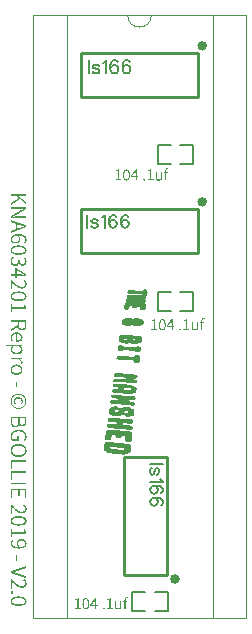
<source format=gto>
G04 Layer: TopSilkscreenLayer*
G04 EasyEDA v6.5.22, 2023-01-18 22:18:13*
G04 eba29598cffc45a1a2b09f1bfeec2ae0,7be1179030e74d40a97a3c751b95adb4,10*
G04 Gerber Generator version 0.2*
G04 Scale: 100 percent, Rotated: No, Reflected: No *
G04 Dimensions in millimeters *
G04 leading zeros omitted , absolute positions ,4 integer and 5 decimal *
%FSLAX45Y45*%
%MOMM*%

%ADD10C,0.1524*%
%ADD11C,0.1200*%
%ADD12C,0.2000*%
%ADD13C,0.2540*%
%ADD14C,0.4000*%
%ADD15C,0.0118*%

%LPD*%
G36*
X2659126Y-4008272D02*
G01*
X2654858Y-4008729D01*
X2651252Y-4010406D01*
X2647442Y-4013504D01*
X2640685Y-4019702D01*
X2521305Y-4017365D01*
X2516530Y-4023258D01*
X2514650Y-4026052D01*
X2513126Y-4029354D01*
X2512110Y-4032707D01*
X2511704Y-4035755D01*
X2511856Y-4038600D01*
X2512364Y-4041038D01*
X2513431Y-4043070D01*
X2515260Y-4044746D01*
X2518054Y-4046118D01*
X2521966Y-4047236D01*
X2527147Y-4048048D01*
X2533802Y-4048709D01*
X2552395Y-4049572D01*
X2636824Y-4050944D01*
X2646375Y-4063441D01*
X2630322Y-4061612D01*
X2613863Y-4060647D01*
X2589530Y-4059682D01*
X2555036Y-4058869D01*
X2533294Y-4058818D01*
X2525318Y-4059174D01*
X2518968Y-4059834D01*
X2514142Y-4060901D01*
X2510637Y-4062425D01*
X2508250Y-4064355D01*
X2506827Y-4066895D01*
X2506218Y-4069994D01*
X2506167Y-4073753D01*
X2506929Y-4083659D01*
X2506675Y-4088028D01*
X2505760Y-4091127D01*
X2500782Y-4097070D01*
X2498801Y-4102455D01*
X2498547Y-4108145D01*
X2500223Y-4113174D01*
X2501544Y-4115815D01*
X2501849Y-4117848D01*
X2501490Y-4118610D01*
X2539085Y-4118610D01*
X2540050Y-4118305D01*
X2544114Y-4118152D01*
X2545537Y-4118406D01*
X2546146Y-4118864D01*
X2545943Y-4119422D01*
X2544927Y-4119930D01*
X2543556Y-4120134D01*
X2541981Y-4120032D01*
X2540355Y-4119626D01*
X2539136Y-4119067D01*
X2539085Y-4118610D01*
X2501490Y-4118610D01*
X2501036Y-4119575D01*
X2496870Y-4123334D01*
X2494737Y-4126382D01*
X2492806Y-4130294D01*
X2491079Y-4134916D01*
X2489555Y-4140250D01*
X2488285Y-4146143D01*
X2487371Y-4152544D01*
X2486710Y-4159250D01*
X2486558Y-4165600D01*
X2486964Y-4170730D01*
X2488082Y-4174744D01*
X2490012Y-4177690D01*
X2492857Y-4179722D01*
X2496667Y-4180941D01*
X2501544Y-4181398D01*
X2507640Y-4181246D01*
X2516835Y-4179620D01*
X2523693Y-4175963D01*
X2528417Y-4170324D01*
X2531110Y-4162450D01*
X2532329Y-4157218D01*
X2534056Y-4154373D01*
X2537206Y-4153154D01*
X2542540Y-4152900D01*
X2547467Y-4153204D01*
X2551023Y-4154271D01*
X2553766Y-4156405D01*
X2558592Y-4163364D01*
X2561793Y-4165549D01*
X2566873Y-4166768D01*
X2574848Y-4167378D01*
X2582926Y-4167581D01*
X2588260Y-4166920D01*
X2592120Y-4165092D01*
X2598877Y-4158894D01*
X2602382Y-4156913D01*
X2606344Y-4155744D01*
X2610967Y-4155389D01*
X2620416Y-4155389D01*
X2618943Y-4166514D01*
X2618841Y-4174947D01*
X2621686Y-4180586D01*
X2628188Y-4184091D01*
X2639161Y-4186275D01*
X2645664Y-4186885D01*
X2650490Y-4186529D01*
X2654604Y-4185056D01*
X2658922Y-4182262D01*
X2662936Y-4178604D01*
X2665476Y-4174083D01*
X2667050Y-4167073D01*
X2668270Y-4156151D01*
X2668930Y-4145838D01*
X2668778Y-4138625D01*
X2667711Y-4133596D01*
X2665628Y-4129786D01*
X2663342Y-4126484D01*
X2662732Y-4123994D01*
X2663799Y-4121505D01*
X2666644Y-4118203D01*
X2670454Y-4113174D01*
X2671876Y-4108500D01*
X2671013Y-4103827D01*
X2667863Y-4098798D01*
X2665730Y-4095851D01*
X2665222Y-4093718D01*
X2666390Y-4091686D01*
X2669336Y-4089146D01*
X2673045Y-4085132D01*
X2674772Y-4080662D01*
X2674467Y-4075684D01*
X2671013Y-4067860D01*
X2671267Y-4065422D01*
X2673045Y-4062729D01*
X2680360Y-4055567D01*
X2682595Y-4051147D01*
X2683560Y-4044696D01*
X2683814Y-4034688D01*
X2683560Y-4026154D01*
X2682849Y-4019854D01*
X2681528Y-4015587D01*
X2679700Y-4013200D01*
X2677261Y-4011929D01*
X2673654Y-4010710D01*
X2669336Y-4009593D01*
X2664866Y-4008780D01*
G37*
G36*
X2518613Y-4251706D02*
G01*
X2510942Y-4251960D01*
X2504541Y-4252722D01*
X2500020Y-4254093D01*
X2496667Y-4255465D01*
X2492959Y-4256633D01*
X2489301Y-4257395D01*
X2486202Y-4257700D01*
X2479141Y-4259224D01*
X2473502Y-4263491D01*
X2469489Y-4270349D01*
X2467152Y-4279646D01*
X2466857Y-4284116D01*
X2515209Y-4284116D01*
X2515616Y-4283760D01*
X2521915Y-4283405D01*
X2526030Y-4283456D01*
X2528671Y-4283710D01*
X2529586Y-4284065D01*
X2528519Y-4284522D01*
X2522982Y-4284980D01*
X2519832Y-4284878D01*
X2516835Y-4284522D01*
X2515209Y-4284116D01*
X2466857Y-4284116D01*
X2466692Y-4286605D01*
X2585313Y-4286605D01*
X2586024Y-4286300D01*
X2593390Y-4285945D01*
X2600706Y-4286300D01*
X2601468Y-4286605D01*
X2599944Y-4287062D01*
X2593390Y-4287469D01*
X2586837Y-4287062D01*
X2585313Y-4286605D01*
X2466692Y-4286605D01*
X2466390Y-4291177D01*
X2467762Y-4299610D01*
X2471267Y-4305046D01*
X2476906Y-4307332D01*
X2480106Y-4308043D01*
X2483612Y-4309313D01*
X2487015Y-4310938D01*
X2489809Y-4312767D01*
X2494026Y-4314901D01*
X2500325Y-4316628D01*
X2508046Y-4317847D01*
X2516632Y-4318558D01*
X2525369Y-4318711D01*
X2533751Y-4318304D01*
X2541117Y-4317339D01*
X2546858Y-4315714D01*
X2551633Y-4313885D01*
X2554782Y-4313326D01*
X2557068Y-4313986D01*
X2559202Y-4315968D01*
X2562961Y-4318101D01*
X2569413Y-4319778D01*
X2577795Y-4321048D01*
X2587244Y-4321860D01*
X2596845Y-4322114D01*
X2605786Y-4321810D01*
X2613202Y-4320844D01*
X2618181Y-4319219D01*
X2621483Y-4317695D01*
X2625191Y-4316425D01*
X2628900Y-4315561D01*
X2636469Y-4314799D01*
X2640279Y-4313478D01*
X2643632Y-4311345D01*
X2646476Y-4308449D01*
X2648712Y-4304842D01*
X2650337Y-4300524D01*
X2651404Y-4295597D01*
X2651709Y-4290060D01*
X2651404Y-4284014D01*
X2650490Y-4278579D01*
X2649067Y-4274108D01*
X2647188Y-4270857D01*
X2645003Y-4268673D01*
X2642412Y-4266946D01*
X2639771Y-4265726D01*
X2634742Y-4264914D01*
X2631490Y-4263847D01*
X2628036Y-4262272D01*
X2624785Y-4260342D01*
X2620060Y-4257903D01*
X2614269Y-4255922D01*
X2607614Y-4254500D01*
X2600452Y-4253687D01*
X2593086Y-4253382D01*
X2585821Y-4253738D01*
X2578963Y-4254703D01*
X2572816Y-4256328D01*
X2566263Y-4258360D01*
X2561691Y-4259122D01*
X2558084Y-4258665D01*
X2549652Y-4255211D01*
X2543098Y-4253738D01*
X2535326Y-4252620D01*
X2526944Y-4251960D01*
G37*
G36*
X2473096Y-4395724D02*
G01*
X2463749Y-4396028D01*
X2456992Y-4396841D01*
X2454452Y-4397451D01*
X2452319Y-4398213D01*
X2450642Y-4399076D01*
X2449322Y-4400092D01*
X2447391Y-4402632D01*
X2446121Y-4405782D01*
X2442311Y-4419752D01*
X2440686Y-4428540D01*
X2440463Y-4432147D01*
X2488387Y-4432147D01*
X2490012Y-4430420D01*
X2491994Y-4429709D01*
X2495296Y-4429302D01*
X2499563Y-4429252D01*
X2504236Y-4429556D01*
X2510282Y-4430318D01*
X2513025Y-4431131D01*
X2512872Y-4432300D01*
X2510332Y-4434179D01*
X2507589Y-4435398D01*
X2504338Y-4436160D01*
X2500833Y-4436364D01*
X2497378Y-4436008D01*
X2491740Y-4434687D01*
X2488844Y-4433468D01*
X2488387Y-4432147D01*
X2440463Y-4432147D01*
X2440273Y-4436414D01*
X2561285Y-4436414D01*
X2561945Y-4434687D01*
X2563977Y-4433519D01*
X2567584Y-4432858D01*
X2572969Y-4432655D01*
X2578354Y-4432858D01*
X2581960Y-4433519D01*
X2583992Y-4434687D01*
X2584653Y-4436414D01*
X2583992Y-4438142D01*
X2581960Y-4439259D01*
X2578354Y-4439920D01*
X2572969Y-4440123D01*
X2567584Y-4439920D01*
X2563977Y-4439259D01*
X2561945Y-4438142D01*
X2561285Y-4436414D01*
X2440273Y-4436414D01*
X2440838Y-4442206D01*
X2442616Y-4447235D01*
X2445512Y-4451248D01*
X2449626Y-4454296D01*
X2463190Y-4459376D01*
X2470861Y-4462983D01*
X2475331Y-4464710D01*
X2481935Y-4466234D01*
X2490012Y-4467453D01*
X2498902Y-4468215D01*
X2509570Y-4468622D01*
X2516987Y-4468317D01*
X2522270Y-4467098D01*
X2526639Y-4464913D01*
X2530652Y-4462475D01*
X2533446Y-4461713D01*
X2536088Y-4462627D01*
X2539644Y-4465320D01*
X2542438Y-4466945D01*
X2546400Y-4468418D01*
X2551226Y-4469688D01*
X2556764Y-4470704D01*
X2562758Y-4471517D01*
X2569057Y-4472076D01*
X2581706Y-4472381D01*
X2587548Y-4472076D01*
X2592882Y-4471517D01*
X2597454Y-4470603D01*
X2604922Y-4467758D01*
X2613660Y-4464862D01*
X2621686Y-4462830D01*
X2625394Y-4460900D01*
X2628493Y-4458157D01*
X2631033Y-4454550D01*
X2633065Y-4450029D01*
X2634640Y-4444492D01*
X2635808Y-4437938D01*
X2636520Y-4430217D01*
X2637078Y-4419295D01*
X2636672Y-4412996D01*
X2634742Y-4409440D01*
X2630932Y-4406798D01*
X2628544Y-4405833D01*
X2625090Y-4404868D01*
X2620416Y-4404004D01*
X2607106Y-4402429D01*
X2587904Y-4401007D01*
X2533294Y-4397959D01*
X2493060Y-4396079D01*
G37*
G36*
X2456891Y-4482236D02*
G01*
X2451150Y-4482439D01*
X2445766Y-4483404D01*
X2441041Y-4485081D01*
X2437384Y-4487519D01*
X2434894Y-4491126D01*
X2432862Y-4496409D01*
X2431389Y-4502708D01*
X2430475Y-4509465D01*
X2430221Y-4516170D01*
X2430678Y-4522114D01*
X2431846Y-4526838D01*
X2433777Y-4529632D01*
X2441549Y-4533188D01*
X2450795Y-4534509D01*
X2460091Y-4533595D01*
X2468067Y-4530344D01*
X2471013Y-4528616D01*
X2473807Y-4527346D01*
X2477262Y-4526483D01*
X2481884Y-4526076D01*
X2488387Y-4526026D01*
X2509570Y-4526889D01*
X2540609Y-4528718D01*
X2561336Y-4530293D01*
X2568041Y-4531156D01*
X2572918Y-4532122D01*
X2576525Y-4533290D01*
X2579319Y-4534763D01*
X2585923Y-4539335D01*
X2590342Y-4541164D01*
X2595270Y-4542231D01*
X2601010Y-4542536D01*
X2610764Y-4541723D01*
X2617724Y-4538980D01*
X2622448Y-4533950D01*
X2625547Y-4526229D01*
X2627833Y-4515612D01*
X2627934Y-4507636D01*
X2625801Y-4501438D01*
X2621229Y-4496206D01*
X2617622Y-4493717D01*
X2613558Y-4491888D01*
X2609189Y-4490669D01*
X2604617Y-4490161D01*
X2599944Y-4490364D01*
X2595372Y-4491177D01*
X2591003Y-4492701D01*
X2584500Y-4496460D01*
X2581859Y-4497578D01*
X2578455Y-4498340D01*
X2573731Y-4498746D01*
X2567127Y-4498797D01*
X2546045Y-4498035D01*
X2514803Y-4496409D01*
X2493822Y-4494936D01*
X2487371Y-4494174D01*
X2482900Y-4493209D01*
X2479802Y-4492040D01*
X2477617Y-4490516D01*
X2475738Y-4488637D01*
X2472385Y-4485944D01*
X2467864Y-4484014D01*
X2462580Y-4482744D01*
G37*
G36*
X2594660Y-4562348D02*
G01*
X2587396Y-4563160D01*
X2580690Y-4565091D01*
X2575153Y-4568088D01*
X2571445Y-4571949D01*
X2569819Y-4577791D01*
X2568854Y-4578654D01*
X2566822Y-4579315D01*
X2563469Y-4579670D01*
X2551379Y-4579620D01*
X2513787Y-4577994D01*
X2488539Y-4576622D01*
X2473858Y-4575403D01*
X2455722Y-4574743D01*
X2439365Y-4575251D01*
X2432964Y-4575860D01*
X2428240Y-4576724D01*
X2425700Y-4577842D01*
X2421686Y-4582718D01*
X2419959Y-4587748D01*
X2420569Y-4592777D01*
X2423515Y-4597400D01*
X2425547Y-4599432D01*
X2427681Y-4600956D01*
X2430526Y-4602175D01*
X2434793Y-4603089D01*
X2441092Y-4603902D01*
X2462123Y-4605528D01*
X2521610Y-4609033D01*
X2561742Y-4609998D01*
X2566314Y-4619904D01*
X2570073Y-4626457D01*
X2574848Y-4630318D01*
X2582164Y-4632350D01*
X2593594Y-4633163D01*
X2598928Y-4632960D01*
X2603550Y-4632096D01*
X2607513Y-4630521D01*
X2610815Y-4628286D01*
X2613406Y-4625340D01*
X2615234Y-4621733D01*
X2616352Y-4617466D01*
X2617825Y-4594758D01*
X2619298Y-4580128D01*
X2619044Y-4574844D01*
X2617419Y-4571136D01*
X2614168Y-4567834D01*
X2608681Y-4564583D01*
X2601976Y-4562805D01*
G37*
G36*
X2418537Y-4720742D02*
G01*
X2412796Y-4721250D01*
X2408631Y-4722368D01*
X2405481Y-4724196D01*
X2402992Y-4726838D01*
X2400655Y-4730242D01*
X2399131Y-4735271D01*
X2399690Y-4740808D01*
X2402027Y-4745634D01*
X2405735Y-4748428D01*
X2410256Y-4749190D01*
X2431491Y-4751324D01*
X2476804Y-4754829D01*
X2486456Y-4755794D01*
X2492908Y-4756810D01*
X2496870Y-4758029D01*
X2498801Y-4759553D01*
X2499461Y-4761484D01*
X2499360Y-4763973D01*
X2498699Y-4767580D01*
X2496769Y-4769307D01*
X2492298Y-4769662D01*
X2470150Y-4767884D01*
X2423668Y-4765294D01*
X2414371Y-4765090D01*
X2407462Y-4765344D01*
X2402484Y-4766208D01*
X2399030Y-4767732D01*
X2396642Y-4770069D01*
X2394966Y-4773422D01*
X2393543Y-4777790D01*
X2392934Y-4781092D01*
X2393340Y-4783988D01*
X2394762Y-4786680D01*
X2398166Y-4789982D01*
X2399944Y-4791252D01*
X2402433Y-4792319D01*
X2406345Y-4793284D01*
X2421178Y-4795215D01*
X2450134Y-4797653D01*
X2553309Y-4805222D01*
X2568905Y-4806086D01*
X2578608Y-4806188D01*
X2581859Y-4805984D01*
X2584348Y-4805578D01*
X2588006Y-4804308D01*
X2589682Y-4803444D01*
X2592730Y-4801260D01*
X2594762Y-4798618D01*
X2595930Y-4795367D01*
X2596286Y-4791354D01*
X2595473Y-4785309D01*
X2592628Y-4780838D01*
X2587548Y-4777536D01*
X2579725Y-4775098D01*
X2572816Y-4772101D01*
X2571140Y-4768240D01*
X2574493Y-4764582D01*
X2582570Y-4762144D01*
X2590495Y-4760671D01*
X2595473Y-4758537D01*
X2598572Y-4755134D01*
X2600655Y-4749698D01*
X2601163Y-4746548D01*
X2600756Y-4743551D01*
X2599436Y-4740656D01*
X2597200Y-4737862D01*
X2595524Y-4736490D01*
X2593136Y-4735220D01*
X2590038Y-4734052D01*
X2586075Y-4732985D01*
X2575255Y-4731054D01*
X2559964Y-4729378D01*
X2539542Y-4727752D01*
X2426258Y-4720742D01*
G37*
G36*
X2404821Y-4809845D02*
G01*
X2400096Y-4810048D01*
X2396794Y-4810658D01*
X2394508Y-4811623D01*
X2392781Y-4813046D01*
X2391105Y-4814976D01*
X2387549Y-4820564D01*
X2386533Y-4825542D01*
X2388057Y-4830216D01*
X2392121Y-4834788D01*
X2395829Y-4837277D01*
X2400604Y-4838801D01*
X2407412Y-4839563D01*
X2417114Y-4839817D01*
X2436215Y-4839817D01*
X2435732Y-4844084D01*
X2482545Y-4844084D01*
X2504897Y-4846269D01*
X2520442Y-4847132D01*
X2540863Y-4847285D01*
X2540863Y-4855972D01*
X2540660Y-4860696D01*
X2539644Y-4863134D01*
X2537256Y-4863896D01*
X2517292Y-4861864D01*
X2491841Y-4860036D01*
X2487625Y-4859883D01*
X2485288Y-4859426D01*
X2483662Y-4858054D01*
X2482799Y-4855616D01*
X2482545Y-4851958D01*
X2482545Y-4844084D01*
X2435732Y-4844084D01*
X2435301Y-4847894D01*
X2434691Y-4850993D01*
X2433675Y-4853482D01*
X2432405Y-4855057D01*
X2431034Y-4855464D01*
X2423312Y-4854956D01*
X2409444Y-4854498D01*
X2399639Y-4854397D01*
X2393340Y-4855108D01*
X2389124Y-4856784D01*
X2385669Y-4859832D01*
X2381910Y-4865725D01*
X2381300Y-4871872D01*
X2383739Y-4877612D01*
X2389174Y-4882438D01*
X2391562Y-4883607D01*
X2394559Y-4884674D01*
X2398369Y-4885537D01*
X2403144Y-4886299D01*
X2416454Y-4887518D01*
X2451252Y-4889246D01*
X2473045Y-4890566D01*
X2485898Y-4891989D01*
X2527757Y-4894834D01*
X2545283Y-4896561D01*
X2548839Y-4896053D01*
X2552090Y-4894681D01*
X2558338Y-4890363D01*
X2562098Y-4888738D01*
X2566111Y-4887620D01*
X2570073Y-4887264D01*
X2578709Y-4885842D01*
X2585110Y-4881727D01*
X2589072Y-4875123D01*
X2590495Y-4866233D01*
X2590800Y-4857445D01*
X2591917Y-4850180D01*
X2591968Y-4848047D01*
X2591257Y-4843526D01*
X2589276Y-4838700D01*
X2586380Y-4835296D01*
X2582062Y-4832959D01*
X2572207Y-4830419D01*
X2567940Y-4828590D01*
X2563774Y-4826254D01*
X2556002Y-4820564D01*
X2551430Y-4818583D01*
X2545892Y-4817465D01*
X2522372Y-4816297D01*
X2504998Y-4814874D01*
X2476042Y-4812944D01*
X2420670Y-4810201D01*
G37*
G36*
X2396032Y-4900523D02*
G01*
X2390089Y-4900574D01*
X2385771Y-4900980D01*
X2382926Y-4901692D01*
X2381351Y-4902708D01*
X2377744Y-4908194D01*
X2376271Y-4914087D01*
X2376932Y-4919827D01*
X2379827Y-4924704D01*
X2381605Y-4926330D01*
X2383739Y-4927650D01*
X2386533Y-4928768D01*
X2390292Y-4929682D01*
X2395270Y-4930495D01*
X2410104Y-4932019D01*
X2434234Y-4934051D01*
X2445207Y-4935321D01*
X2452370Y-4936540D01*
X2454605Y-4937556D01*
X2453182Y-4938268D01*
X2450490Y-4938826D01*
X2446782Y-4939182D01*
X2437384Y-4939334D01*
X2433218Y-4940198D01*
X2429764Y-4941925D01*
X2423210Y-4947564D01*
X2418892Y-4949088D01*
X2411730Y-4949291D01*
X2387396Y-4947818D01*
X2380234Y-4948123D01*
X2375916Y-4949901D01*
X2372004Y-4953660D01*
X2370609Y-4955387D01*
X2498242Y-4955387D01*
X2499207Y-4955082D01*
X2503271Y-4954930D01*
X2504694Y-4955184D01*
X2505354Y-4955641D01*
X2505100Y-4956200D01*
X2504084Y-4956657D01*
X2502712Y-4956860D01*
X2501138Y-4956810D01*
X2499512Y-4956403D01*
X2498293Y-4955844D01*
X2498242Y-4955387D01*
X2370609Y-4955387D01*
X2368804Y-4957622D01*
X2366670Y-4961280D01*
X2365552Y-4964684D01*
X2365502Y-4967833D01*
X2366518Y-4970678D01*
X2368499Y-4973269D01*
X2371547Y-4975555D01*
X2375611Y-4977536D01*
X2380640Y-4979263D01*
X2386736Y-4980635D01*
X2393797Y-4981752D01*
X2524658Y-4991354D01*
X2559608Y-4994097D01*
X2565095Y-4993741D01*
X2569108Y-4992420D01*
X2572766Y-4989830D01*
X2577388Y-4983784D01*
X2578709Y-4977079D01*
X2576728Y-4970576D01*
X2571546Y-4965141D01*
X2566720Y-4962753D01*
X2559761Y-4960924D01*
X2549804Y-4959553D01*
X2522575Y-4957470D01*
X2514803Y-4956505D01*
X2511958Y-4955387D01*
X2513380Y-4954066D01*
X2518918Y-4951120D01*
X2524302Y-4947564D01*
X2527909Y-4945735D01*
X2533294Y-4944618D01*
X2541117Y-4944211D01*
X2566416Y-4944465D01*
X2571292Y-4944008D01*
X2575001Y-4943094D01*
X2577744Y-4941671D01*
X2579776Y-4939639D01*
X2581300Y-4936947D01*
X2582621Y-4933442D01*
X2583027Y-4931105D01*
X2582976Y-4928311D01*
X2582519Y-4925517D01*
X2581656Y-4923028D01*
X2580132Y-4920284D01*
X2578049Y-4918049D01*
X2575306Y-4916271D01*
X2571597Y-4914798D01*
X2566670Y-4913579D01*
X2560269Y-4912614D01*
X2542336Y-4910937D01*
X2403957Y-4900726D01*
G37*
G36*
X2408275Y-4998008D02*
G01*
X2403043Y-4998262D01*
X2398674Y-4999583D01*
X2390851Y-5004054D01*
X2386888Y-5005628D01*
X2382977Y-5006746D01*
X2379573Y-5007152D01*
X2371394Y-5008575D01*
X2364740Y-5012690D01*
X2359863Y-5019395D01*
X2356916Y-5028539D01*
X2355291Y-5038191D01*
X2354529Y-5046218D01*
X2354681Y-5052720D01*
X2355799Y-5057902D01*
X2357932Y-5061915D01*
X2361184Y-5064963D01*
X2365552Y-5067147D01*
X2374646Y-5069738D01*
X2378405Y-5071516D01*
X2381961Y-5073700D01*
X2388768Y-5079187D01*
X2394356Y-5081219D01*
X2403246Y-5082540D01*
X2417419Y-5083606D01*
X2432151Y-5084368D01*
X2441194Y-5084165D01*
X2447036Y-5082794D01*
X2455773Y-5077866D01*
X2459990Y-5076139D01*
X2464206Y-5075021D01*
X2467914Y-5074564D01*
X2475484Y-5073142D01*
X2481427Y-5068824D01*
X2485491Y-5061813D01*
X2487726Y-5052110D01*
X2488692Y-5045049D01*
X2490165Y-5041341D01*
X2493060Y-5039868D01*
X2498242Y-5039664D01*
X2508758Y-5040172D01*
X2515616Y-5041849D01*
X2519324Y-5044846D01*
X2520442Y-5049469D01*
X2520188Y-5053025D01*
X2519070Y-5054955D01*
X2516530Y-5055514D01*
X2512009Y-5055158D01*
X2505506Y-5055311D01*
X2500071Y-5057292D01*
X2495804Y-5060645D01*
X2492908Y-5065115D01*
X2491587Y-5070246D01*
X2491943Y-5075682D01*
X2494178Y-5081016D01*
X2498445Y-5085943D01*
X2502560Y-5088636D01*
X2507488Y-5090617D01*
X2512923Y-5091887D01*
X2518562Y-5092395D01*
X2523998Y-5092242D01*
X2528874Y-5091277D01*
X2532888Y-5089550D01*
X2537968Y-5084826D01*
X2541016Y-5083251D01*
X2544927Y-5082387D01*
X2555341Y-5081778D01*
X2559812Y-5080762D01*
X2563418Y-5078933D01*
X2566263Y-5076139D01*
X2568498Y-5072227D01*
X2570124Y-5067096D01*
X2571343Y-5060543D01*
X2572156Y-5052517D01*
X2572918Y-5041239D01*
X2572461Y-5034483D01*
X2570378Y-5030165D01*
X2566212Y-5026101D01*
X2562809Y-5023612D01*
X2559151Y-5021529D01*
X2555697Y-5020157D01*
X2550261Y-5019192D01*
X2547467Y-5018074D01*
X2544826Y-5016398D01*
X2542692Y-5014315D01*
X2539796Y-5011978D01*
X2535326Y-5009896D01*
X2529636Y-5008118D01*
X2522982Y-5006695D01*
X2515717Y-5005578D01*
X2508097Y-5004816D01*
X2500477Y-5004460D01*
X2493111Y-5004511D01*
X2486355Y-5005019D01*
X2480513Y-5005933D01*
X2475839Y-5007356D01*
X2472690Y-5009286D01*
X2470150Y-5011166D01*
X2467254Y-5012385D01*
X2464104Y-5012944D01*
X2456738Y-5012639D01*
X2452827Y-5013553D01*
X2449220Y-5015484D01*
X2445918Y-5018227D01*
X2443022Y-5021834D01*
X2440533Y-5026152D01*
X2438654Y-5031130D01*
X2435656Y-5044795D01*
X2432608Y-5048758D01*
X2426563Y-5049520D01*
X2415794Y-5048046D01*
X2411171Y-5046980D01*
X2408377Y-5045456D01*
X2407056Y-5043017D01*
X2406700Y-5039309D01*
X2407005Y-5035448D01*
X2408326Y-5033264D01*
X2411323Y-5032349D01*
X2416759Y-5032095D01*
X2424582Y-5030876D01*
X2430627Y-5027269D01*
X2434488Y-5021732D01*
X2435860Y-5014569D01*
X2434742Y-5008219D01*
X2431084Y-5003596D01*
X2424684Y-5000447D01*
X2415235Y-4998567D01*
G37*
G36*
X2367330Y-5095392D02*
G01*
X2364079Y-5095544D01*
X2359406Y-5096408D01*
X2356053Y-5097881D01*
X2350516Y-5102504D01*
X2347315Y-5108549D01*
X2346604Y-5115407D01*
X2348534Y-5122468D01*
X2349957Y-5125110D01*
X2351532Y-5127142D01*
X2353767Y-5128717D01*
X2357170Y-5129936D01*
X2362149Y-5130952D01*
X2369261Y-5131917D01*
X2401316Y-5134914D01*
X2409037Y-5135880D01*
X2414930Y-5136946D01*
X2419146Y-5138216D01*
X2421890Y-5139690D01*
X2423363Y-5141468D01*
X2423668Y-5143652D01*
X2423007Y-5146294D01*
X2421483Y-5148834D01*
X2418232Y-5150002D01*
X2411628Y-5150053D01*
X2374849Y-5147005D01*
X2366010Y-5146649D01*
X2359253Y-5146700D01*
X2354122Y-5147259D01*
X2350262Y-5148275D01*
X2347366Y-5149799D01*
X2344978Y-5151882D01*
X2340864Y-5158536D01*
X2339695Y-5165902D01*
X2341473Y-5172964D01*
X2346147Y-5178653D01*
X2347671Y-5179568D01*
X2352395Y-5181346D01*
X2359507Y-5183022D01*
X2368854Y-5184648D01*
X2380437Y-5186222D01*
X2394102Y-5187696D01*
X2409901Y-5189067D01*
X2464866Y-5192826D01*
X2535885Y-5198364D01*
X2540457Y-5198110D01*
X2544673Y-5197500D01*
X2548128Y-5196535D01*
X2551836Y-5194401D01*
X2554782Y-5191404D01*
X2556865Y-5187746D01*
X2558084Y-5183632D01*
X2558338Y-5179314D01*
X2557678Y-5175046D01*
X2556002Y-5170932D01*
X2553258Y-5167274D01*
X2551531Y-5165750D01*
X2549347Y-5164480D01*
X2546451Y-5163362D01*
X2542590Y-5162448D01*
X2537510Y-5161584D01*
X2522728Y-5159908D01*
X2476703Y-5155996D01*
X2476703Y-5141315D01*
X2541320Y-5146598D01*
X2546959Y-5146243D01*
X2551531Y-5144820D01*
X2556205Y-5142077D01*
X2561996Y-5136032D01*
X2564333Y-5128615D01*
X2563164Y-5121097D01*
X2558389Y-5114544D01*
X2555290Y-5112512D01*
X2551328Y-5110886D01*
X2546858Y-5109718D01*
X2531618Y-5108651D01*
X2514549Y-5106924D01*
X2390597Y-5096459D01*
X2376576Y-5095595D01*
G37*
G36*
X2353970Y-5197957D02*
G01*
X2346858Y-5198364D01*
X2342286Y-5199583D01*
X2339086Y-5202275D01*
X2336038Y-5207050D01*
X2334514Y-5210403D01*
X2332990Y-5214924D01*
X2331516Y-5220462D01*
X2328926Y-5233466D01*
X2326894Y-5247589D01*
X2325725Y-5260898D01*
X2325573Y-5266690D01*
X2325725Y-5271617D01*
X2326233Y-5275376D01*
X2327452Y-5279237D01*
X2329332Y-5282641D01*
X2331669Y-5285333D01*
X2334310Y-5287162D01*
X2342083Y-5288737D01*
X2352598Y-5288686D01*
X2362860Y-5287264D01*
X2369921Y-5284622D01*
X2371801Y-5281828D01*
X2373934Y-5276342D01*
X2375966Y-5268976D01*
X2379065Y-5252923D01*
X2380386Y-5247233D01*
X2381910Y-5243220D01*
X2383993Y-5240731D01*
X2386888Y-5239461D01*
X2390851Y-5239258D01*
X2396286Y-5239816D01*
X2403398Y-5240985D01*
X2407869Y-5242052D01*
X2410663Y-5243474D01*
X2412136Y-5245608D01*
X2412898Y-5251551D01*
X2413863Y-5255056D01*
X2415235Y-5258714D01*
X2416962Y-5262067D01*
X2419502Y-5265572D01*
X2422296Y-5267807D01*
X2425649Y-5269026D01*
X2437079Y-5269839D01*
X2440228Y-5270246D01*
X2442514Y-5270804D01*
X2448712Y-5269890D01*
X2456129Y-5265318D01*
X2462428Y-5259019D01*
X2465019Y-5252974D01*
X2465374Y-5249824D01*
X2466746Y-5248046D01*
X2469642Y-5247182D01*
X2474518Y-5246979D01*
X2481783Y-5247081D01*
X2487320Y-5247487D01*
X2491282Y-5248503D01*
X2494026Y-5250332D01*
X2495753Y-5253228D01*
X2496667Y-5257495D01*
X2497074Y-5263337D01*
X2497328Y-5282539D01*
X2498293Y-5289702D01*
X2500426Y-5294325D01*
X2504287Y-5298236D01*
X2508351Y-5301183D01*
X2512720Y-5303062D01*
X2517902Y-5304078D01*
X2524506Y-5304383D01*
X2530703Y-5304028D01*
X2535885Y-5302961D01*
X2540152Y-5300980D01*
X2543556Y-5298033D01*
X2546248Y-5293918D01*
X2548280Y-5288584D01*
X2549855Y-5281930D01*
X2550972Y-5273751D01*
X2553258Y-5250840D01*
X2554173Y-5237073D01*
X2554173Y-5232603D01*
X2553868Y-5229250D01*
X2553208Y-5226558D01*
X2552293Y-5224170D01*
X2548585Y-5219090D01*
X2542641Y-5215229D01*
X2534818Y-5212791D01*
X2514193Y-5211318D01*
X2487320Y-5208930D01*
X2419400Y-5202377D01*
X2391714Y-5200040D01*
X2370328Y-5198516D01*
G37*
G36*
X2339035Y-5300065D02*
G01*
X2335479Y-5300268D01*
X2332278Y-5301183D01*
X2329332Y-5302808D01*
X2326640Y-5305145D01*
X2324252Y-5308346D01*
X2322118Y-5312257D01*
X2320188Y-5317032D01*
X2318512Y-5322620D01*
X2316988Y-5329123D01*
X2315718Y-5336489D01*
X2314600Y-5344769D01*
X2314050Y-5351526D01*
X2366213Y-5351526D01*
X2368448Y-5347208D01*
X2369566Y-5346293D01*
X2371496Y-5345633D01*
X2374595Y-5345277D01*
X2385314Y-5345430D01*
X2404110Y-5346750D01*
X2459837Y-5351627D01*
X2475738Y-5353354D01*
X2480767Y-5354116D01*
X2484272Y-5354878D01*
X2486507Y-5355742D01*
X2487726Y-5356707D01*
X2488285Y-5357825D01*
X2488387Y-5360720D01*
X2488082Y-5363413D01*
X2487117Y-5365343D01*
X2485542Y-5366461D01*
X2483256Y-5366816D01*
X2468829Y-5365800D01*
X2407666Y-5360416D01*
X2381148Y-5357876D01*
X2372156Y-5356504D01*
X2367280Y-5354472D01*
X2366213Y-5351526D01*
X2314050Y-5351526D01*
X2313889Y-5353507D01*
X2313990Y-5361076D01*
X2314905Y-5367477D01*
X2316632Y-5372658D01*
X2319223Y-5376672D01*
X2322626Y-5379516D01*
X2326894Y-5381244D01*
X2331974Y-5381802D01*
X2335072Y-5382361D01*
X2338425Y-5383834D01*
X2341727Y-5386120D01*
X2348738Y-5392928D01*
X2353462Y-5395366D01*
X2360726Y-5396839D01*
X2409037Y-5401157D01*
X2461412Y-5406186D01*
X2483408Y-5408015D01*
X2489809Y-5408269D01*
X2494076Y-5408066D01*
X2496820Y-5407355D01*
X2498699Y-5406186D01*
X2500376Y-5404561D01*
X2503220Y-5402376D01*
X2507081Y-5400700D01*
X2511958Y-5399481D01*
X2523794Y-5398109D01*
X2528773Y-5396534D01*
X2532735Y-5393944D01*
X2535834Y-5390032D01*
X2538222Y-5384596D01*
X2540050Y-5377434D01*
X2541422Y-5368239D01*
X2542489Y-5356809D01*
X2543403Y-5342585D01*
X2543251Y-5333898D01*
X2541828Y-5328666D01*
X2538882Y-5324703D01*
X2536037Y-5322366D01*
X2532430Y-5320334D01*
X2528468Y-5318760D01*
X2522880Y-5317794D01*
X2357120Y-5302504D01*
G37*
G36*
X2852674Y-2984500D02*
G01*
X2844038Y-2986024D01*
X2837942Y-2990443D01*
X2834335Y-2997454D01*
X2833116Y-3006852D01*
X2833116Y-3018790D01*
X2823718Y-3019298D01*
X2823718Y-3027426D01*
X2833116Y-3027426D01*
X2833116Y-3087370D01*
X2843530Y-3087370D01*
X2843530Y-3027426D01*
X2858262Y-3027426D01*
X2858262Y-3018790D01*
X2843530Y-3018790D01*
X2843530Y-3007106D01*
X2844088Y-3000908D01*
X2845917Y-2996488D01*
X2849016Y-2993796D01*
X2853436Y-2992882D01*
X2857296Y-2993440D01*
X2861310Y-2994914D01*
X2863596Y-2987040D01*
X2861056Y-2986024D01*
X2858312Y-2985211D01*
X2855518Y-2984703D01*
G37*
G36*
X2506218Y-2992882D02*
G01*
X2501950Y-2993186D01*
X2497988Y-2994202D01*
X2494330Y-2995828D01*
X2490978Y-2998114D01*
X2487980Y-3001060D01*
X2485288Y-3004667D01*
X2483002Y-3008934D01*
X2481072Y-3013913D01*
X2479548Y-3019552D01*
X2478430Y-3025902D01*
X2477770Y-3032912D01*
X2477516Y-3040634D01*
X2487676Y-3040634D01*
X2488031Y-3031134D01*
X2488996Y-3023006D01*
X2490571Y-3016250D01*
X2492756Y-3010763D01*
X2495448Y-3006547D01*
X2498598Y-3003600D01*
X2502204Y-3001822D01*
X2506218Y-3001264D01*
X2510129Y-3001822D01*
X2513685Y-3003600D01*
X2516784Y-3006547D01*
X2519476Y-3010763D01*
X2521610Y-3016250D01*
X2523185Y-3023006D01*
X2524150Y-3031134D01*
X2524506Y-3040634D01*
X2524150Y-3050235D01*
X2523185Y-3058464D01*
X2521610Y-3065373D01*
X2519476Y-3070961D01*
X2516784Y-3075279D01*
X2513685Y-3078327D01*
X2510129Y-3080156D01*
X2506218Y-3080766D01*
X2502204Y-3080156D01*
X2498598Y-3078378D01*
X2495448Y-3075279D01*
X2492756Y-3070961D01*
X2490571Y-3065373D01*
X2488996Y-3058464D01*
X2488031Y-3050235D01*
X2487676Y-3040634D01*
X2477516Y-3040634D01*
X2477770Y-3048355D01*
X2478430Y-3055416D01*
X2479548Y-3061817D01*
X2481072Y-3067558D01*
X2483002Y-3072587D01*
X2485288Y-3077006D01*
X2487980Y-3080715D01*
X2490978Y-3083763D01*
X2494330Y-3086100D01*
X2497988Y-3087776D01*
X2501950Y-3088792D01*
X2506218Y-3089148D01*
X2510383Y-3088792D01*
X2514295Y-3087776D01*
X2517902Y-3086100D01*
X2521204Y-3083763D01*
X2524150Y-3080715D01*
X2526792Y-3077006D01*
X2529078Y-3072587D01*
X2530957Y-3067558D01*
X2532430Y-3061817D01*
X2533548Y-3055416D01*
X2534208Y-3048355D01*
X2534412Y-3040634D01*
X2534208Y-3032912D01*
X2533548Y-3025902D01*
X2532430Y-3019552D01*
X2530957Y-3013913D01*
X2529078Y-3008934D01*
X2526792Y-3004667D01*
X2524150Y-3001060D01*
X2521204Y-2998114D01*
X2517902Y-2995828D01*
X2514295Y-2994202D01*
X2510383Y-2993186D01*
G37*
G36*
X2436114Y-2994406D02*
G01*
X2432253Y-2996387D01*
X2427884Y-2998063D01*
X2422906Y-2999536D01*
X2417318Y-3000756D01*
X2417318Y-3007614D01*
X2433574Y-3007614D01*
X2433574Y-3078734D01*
X2413000Y-3078734D01*
X2413000Y-3087370D01*
X2462784Y-3087370D01*
X2462784Y-3078734D01*
X2443988Y-3078734D01*
X2443988Y-2994406D01*
G37*
G36*
X2582926Y-2994406D02*
G01*
X2544300Y-3053334D01*
X2554478Y-3053334D01*
X2576830Y-3019806D01*
X2584196Y-3006598D01*
X2584958Y-3006598D01*
X2584399Y-3014675D01*
X2584196Y-3023108D01*
X2584196Y-3053334D01*
X2544300Y-3053334D01*
X2543302Y-3054858D01*
X2543302Y-3061462D01*
X2584196Y-3061462D01*
X2584196Y-3087370D01*
X2593848Y-3087370D01*
X2593848Y-3061462D01*
X2606548Y-3061462D01*
X2606548Y-3053334D01*
X2593848Y-3053334D01*
X2593848Y-2994406D01*
G37*
G36*
X2707894Y-2994406D02*
G01*
X2704033Y-2996387D01*
X2699613Y-2998063D01*
X2694686Y-2999536D01*
X2689098Y-3000756D01*
X2689098Y-3007614D01*
X2705354Y-3007614D01*
X2705354Y-3078734D01*
X2684526Y-3078734D01*
X2684526Y-3087370D01*
X2734564Y-3087370D01*
X2734564Y-3078734D01*
X2715768Y-3078734D01*
X2715768Y-2994406D01*
G37*
G36*
X2754122Y-3018790D02*
G01*
X2754122Y-3062224D01*
X2754426Y-3068421D01*
X2755341Y-3073806D01*
X2756916Y-3078429D01*
X2759100Y-3082239D01*
X2761996Y-3085236D01*
X2765602Y-3087420D01*
X2769920Y-3088690D01*
X2774950Y-3089148D01*
X2781554Y-3088182D01*
X2787446Y-3085541D01*
X2792780Y-3081528D01*
X2797810Y-3076448D01*
X2798064Y-3076448D01*
X2799080Y-3087370D01*
X2807462Y-3087370D01*
X2807462Y-3018790D01*
X2797302Y-3018790D01*
X2797302Y-3068066D01*
X2792374Y-3073450D01*
X2787751Y-3077159D01*
X2783027Y-3079292D01*
X2777998Y-3080004D01*
X2771800Y-3078937D01*
X2767533Y-3075584D01*
X2765044Y-3069742D01*
X2764282Y-3061208D01*
X2764282Y-3018790D01*
G37*
G36*
X2656078Y-3072384D02*
G01*
X2653030Y-3072993D01*
X2650540Y-3074771D01*
X2648813Y-3077413D01*
X2648204Y-3080766D01*
X2648813Y-3084118D01*
X2650540Y-3086760D01*
X2653030Y-3088538D01*
X2656078Y-3089148D01*
X2659126Y-3088538D01*
X2661615Y-3086760D01*
X2663342Y-3084118D01*
X2663952Y-3080766D01*
X2663342Y-3077413D01*
X2661615Y-3074771D01*
X2659126Y-3072993D01*
G37*
G36*
X1527048Y-3200400D02*
G01*
X1527048Y-3215386D01*
X1568958Y-3215386D01*
X1596390Y-3238500D01*
X1527048Y-3278378D01*
X1527048Y-3294887D01*
X1607820Y-3247898D01*
X1657096Y-3288792D01*
X1657096Y-3272028D01*
X1590294Y-3215640D01*
X1590294Y-3215386D01*
X1657096Y-3215386D01*
X1657096Y-3200400D01*
G37*
G36*
X1527048Y-3314192D02*
G01*
X1527048Y-3327908D01*
X1603451Y-3327857D01*
X1623364Y-3327044D01*
X1638046Y-3326129D01*
X1638046Y-3327146D01*
X1611376Y-3341370D01*
X1527048Y-3390137D01*
X1527048Y-3405378D01*
X1657096Y-3405378D01*
X1657096Y-3391408D01*
X1581759Y-3391458D01*
X1571548Y-3391763D01*
X1546352Y-3393440D01*
X1546352Y-3392424D01*
X1573022Y-3378454D01*
X1657096Y-3329178D01*
X1657096Y-3314192D01*
G37*
G36*
X1527048Y-3424428D02*
G01*
X1527048Y-3439160D01*
X1568196Y-3452622D01*
X1568196Y-3456432D01*
X1579626Y-3456432D01*
X1622653Y-3469944D01*
X1644904Y-3476498D01*
X1644904Y-3477260D01*
X1622755Y-3483711D01*
X1579626Y-3497326D01*
X1579626Y-3456432D01*
X1568196Y-3456432D01*
X1568196Y-3501136D01*
X1527048Y-3514090D01*
X1527048Y-3529837D01*
X1657096Y-3485134D01*
X1657096Y-3468878D01*
G37*
G36*
X1589024Y-3540506D02*
G01*
X1581251Y-3540709D01*
X1574038Y-3541318D01*
X1567230Y-3542334D01*
X1560982Y-3543706D01*
X1555191Y-3545433D01*
X1549958Y-3547516D01*
X1545183Y-3549954D01*
X1540916Y-3552647D01*
X1537106Y-3555695D01*
X1533855Y-3558997D01*
X1531061Y-3562553D01*
X1528826Y-3566312D01*
X1527048Y-3570376D01*
X1525778Y-3574592D01*
X1525016Y-3579063D01*
X1524762Y-3583686D01*
X1536192Y-3583686D01*
X1536496Y-3579520D01*
X1537512Y-3575659D01*
X1539087Y-3572103D01*
X1541322Y-3568903D01*
X1544116Y-3566007D01*
X1547520Y-3563416D01*
X1551533Y-3561130D01*
X1556054Y-3559200D01*
X1561185Y-3557574D01*
X1566773Y-3556304D01*
X1572971Y-3555339D01*
X1579626Y-3554729D01*
X1587449Y-3561587D01*
X1592732Y-3568649D01*
X1595678Y-3575608D01*
X1596644Y-3582162D01*
X1596085Y-3587953D01*
X1594510Y-3592880D01*
X1591970Y-3597046D01*
X1588516Y-3600399D01*
X1584198Y-3602990D01*
X1579067Y-3604818D01*
X1573225Y-3605936D01*
X1566672Y-3606292D01*
X1560169Y-3605834D01*
X1554327Y-3604564D01*
X1549095Y-3602532D01*
X1544675Y-3599840D01*
X1541068Y-3596538D01*
X1538427Y-3592677D01*
X1536750Y-3588359D01*
X1536192Y-3583686D01*
X1524762Y-3583686D01*
X1525117Y-3588562D01*
X1526133Y-3593287D01*
X1527810Y-3597757D01*
X1530096Y-3601974D01*
X1532991Y-3605885D01*
X1536395Y-3609390D01*
X1540306Y-3612540D01*
X1544726Y-3615182D01*
X1549603Y-3617315D01*
X1554937Y-3618941D01*
X1560626Y-3619906D01*
X1566672Y-3620262D01*
X1573174Y-3619957D01*
X1579118Y-3619144D01*
X1584553Y-3617722D01*
X1589379Y-3615842D01*
X1593596Y-3613404D01*
X1597304Y-3610559D01*
X1600454Y-3607206D01*
X1602994Y-3603447D01*
X1605026Y-3599281D01*
X1606448Y-3594709D01*
X1607261Y-3589731D01*
X1607566Y-3584448D01*
X1606448Y-3576421D01*
X1603298Y-3568496D01*
X1598371Y-3560978D01*
X1591818Y-3554222D01*
X1601673Y-3554729D01*
X1610410Y-3555796D01*
X1618081Y-3557371D01*
X1624736Y-3559454D01*
X1630476Y-3561994D01*
X1635251Y-3564940D01*
X1639163Y-3568242D01*
X1642262Y-3571849D01*
X1644599Y-3575761D01*
X1646224Y-3579926D01*
X1647139Y-3584244D01*
X1647443Y-3588765D01*
X1646732Y-3594608D01*
X1644802Y-3600246D01*
X1641652Y-3605428D01*
X1637538Y-3609848D01*
X1646428Y-3617976D01*
X1651711Y-3612134D01*
X1655876Y-3605326D01*
X1658670Y-3597351D01*
X1659636Y-3588258D01*
X1659432Y-3583635D01*
X1658721Y-3579063D01*
X1657502Y-3574592D01*
X1655825Y-3570274D01*
X1653590Y-3566160D01*
X1650847Y-3562197D01*
X1647494Y-3558489D01*
X1643583Y-3555034D01*
X1639062Y-3551885D01*
X1633931Y-3549040D01*
X1628139Y-3546551D01*
X1621688Y-3544468D01*
X1614576Y-3542792D01*
X1606804Y-3541522D01*
X1598269Y-3540760D01*
G37*
G36*
X1592580Y-3637026D02*
G01*
X1584350Y-3637229D01*
X1576628Y-3637737D01*
X1569466Y-3638600D01*
X1562811Y-3639820D01*
X1556715Y-3641344D01*
X1551127Y-3643223D01*
X1546098Y-3645357D01*
X1541627Y-3647846D01*
X1537665Y-3650538D01*
X1534210Y-3653586D01*
X1531315Y-3656837D01*
X1528978Y-3660394D01*
X1527149Y-3664153D01*
X1525828Y-3668166D01*
X1525016Y-3672433D01*
X1524762Y-3676904D01*
X1536446Y-3676904D01*
X1536801Y-3673144D01*
X1537919Y-3669588D01*
X1539798Y-3666337D01*
X1542440Y-3663289D01*
X1545844Y-3660546D01*
X1550060Y-3658158D01*
X1555038Y-3656025D01*
X1560880Y-3654247D01*
X1567535Y-3652875D01*
X1575003Y-3651859D01*
X1583385Y-3651199D01*
X1592580Y-3650996D01*
X1601673Y-3651199D01*
X1609902Y-3651859D01*
X1617268Y-3652875D01*
X1623822Y-3654247D01*
X1629511Y-3656025D01*
X1634439Y-3658158D01*
X1638554Y-3660546D01*
X1641856Y-3663289D01*
X1644446Y-3666337D01*
X1646275Y-3669588D01*
X1647342Y-3673144D01*
X1647698Y-3676904D01*
X1647342Y-3680663D01*
X1646275Y-3684168D01*
X1644446Y-3687470D01*
X1641856Y-3690416D01*
X1638554Y-3693160D01*
X1634439Y-3695547D01*
X1629511Y-3697630D01*
X1623822Y-3699357D01*
X1617268Y-3700729D01*
X1609902Y-3701745D01*
X1601673Y-3702354D01*
X1592580Y-3702558D01*
X1583385Y-3702354D01*
X1575003Y-3701745D01*
X1567535Y-3700729D01*
X1560880Y-3699357D01*
X1555038Y-3697630D01*
X1550060Y-3695547D01*
X1545844Y-3693160D01*
X1542440Y-3690416D01*
X1539798Y-3687470D01*
X1537919Y-3684168D01*
X1536801Y-3680663D01*
X1536446Y-3676904D01*
X1524762Y-3676904D01*
X1525016Y-3681374D01*
X1525828Y-3685590D01*
X1527149Y-3689604D01*
X1528978Y-3693363D01*
X1531315Y-3696919D01*
X1534210Y-3700170D01*
X1537665Y-3703167D01*
X1541627Y-3705860D01*
X1546098Y-3708298D01*
X1551127Y-3710432D01*
X1556715Y-3712260D01*
X1562811Y-3713784D01*
X1569466Y-3714953D01*
X1576628Y-3715816D01*
X1584350Y-3716375D01*
X1592580Y-3716528D01*
X1600758Y-3716375D01*
X1608378Y-3715816D01*
X1615490Y-3714953D01*
X1622044Y-3713784D01*
X1628038Y-3712260D01*
X1633575Y-3710432D01*
X1638503Y-3708298D01*
X1642973Y-3705860D01*
X1646885Y-3703167D01*
X1650288Y-3700170D01*
X1653133Y-3696919D01*
X1655470Y-3693363D01*
X1657299Y-3689604D01*
X1658620Y-3685590D01*
X1659382Y-3681374D01*
X1659636Y-3676904D01*
X1659382Y-3672433D01*
X1658620Y-3668166D01*
X1657350Y-3664153D01*
X1655521Y-3660394D01*
X1653184Y-3656837D01*
X1650339Y-3653586D01*
X1646986Y-3650538D01*
X1643075Y-3647846D01*
X1638655Y-3645357D01*
X1633677Y-3643223D01*
X1628190Y-3641344D01*
X1622145Y-3639820D01*
X1615541Y-3638600D01*
X1608429Y-3637737D01*
X1600809Y-3637229D01*
G37*
G36*
X1542542Y-3731006D02*
G01*
X1539138Y-3734358D01*
X1535887Y-3738168D01*
X1532890Y-3742436D01*
X1530248Y-3747211D01*
X1527962Y-3752596D01*
X1526235Y-3758539D01*
X1525168Y-3765143D01*
X1524762Y-3772408D01*
X1525066Y-3777945D01*
X1525879Y-3783279D01*
X1527251Y-3788359D01*
X1529181Y-3793032D01*
X1531620Y-3797401D01*
X1534515Y-3801313D01*
X1537919Y-3804767D01*
X1541780Y-3807714D01*
X1546098Y-3810101D01*
X1550822Y-3811828D01*
X1556004Y-3812946D01*
X1561592Y-3813301D01*
X1568043Y-3812743D01*
X1573885Y-3811117D01*
X1579118Y-3808526D01*
X1583639Y-3805123D01*
X1587550Y-3801008D01*
X1590700Y-3796284D01*
X1593138Y-3791000D01*
X1594866Y-3785362D01*
X1595628Y-3785362D01*
X1597761Y-3790391D01*
X1600454Y-3794912D01*
X1603603Y-3798874D01*
X1607312Y-3802278D01*
X1611528Y-3805021D01*
X1616252Y-3807053D01*
X1621536Y-3808323D01*
X1627378Y-3808729D01*
X1634693Y-3808018D01*
X1641093Y-3805936D01*
X1646631Y-3802634D01*
X1651203Y-3798163D01*
X1654860Y-3792778D01*
X1657502Y-3786428D01*
X1659077Y-3779367D01*
X1659636Y-3771646D01*
X1659331Y-3766261D01*
X1658467Y-3761181D01*
X1657096Y-3756406D01*
X1655216Y-3751834D01*
X1652930Y-3747515D01*
X1650339Y-3743451D01*
X1647342Y-3739540D01*
X1644142Y-3735832D01*
X1634744Y-3743960D01*
X1639976Y-3749700D01*
X1644091Y-3756202D01*
X1646834Y-3763365D01*
X1647952Y-3771137D01*
X1647494Y-3776218D01*
X1646275Y-3780688D01*
X1644446Y-3784600D01*
X1641906Y-3787901D01*
X1638807Y-3790492D01*
X1635150Y-3792423D01*
X1630984Y-3793591D01*
X1626362Y-3793998D01*
X1621028Y-3793540D01*
X1616100Y-3792118D01*
X1611680Y-3789578D01*
X1607870Y-3785920D01*
X1604772Y-3780942D01*
X1602435Y-3774592D01*
X1600962Y-3766820D01*
X1600454Y-3757422D01*
X1589024Y-3757422D01*
X1588516Y-3767886D01*
X1587093Y-3776624D01*
X1584807Y-3783736D01*
X1581658Y-3789324D01*
X1577746Y-3793540D01*
X1573174Y-3796385D01*
X1567942Y-3798062D01*
X1562100Y-3798570D01*
X1556562Y-3798062D01*
X1551635Y-3796537D01*
X1547317Y-3794099D01*
X1543710Y-3790899D01*
X1540814Y-3786936D01*
X1538732Y-3782263D01*
X1537411Y-3777081D01*
X1536954Y-3771392D01*
X1537258Y-3765854D01*
X1538173Y-3760825D01*
X1539646Y-3756202D01*
X1541475Y-3752037D01*
X1543761Y-3748278D01*
X1546301Y-3744772D01*
X1549044Y-3741572D01*
X1551940Y-3738626D01*
G37*
G36*
X1563370Y-3826764D02*
G01*
X1563370Y-3842258D01*
X1574800Y-3842258D01*
X1621536Y-3873754D01*
X1630832Y-3879037D01*
X1640332Y-3883914D01*
X1640332Y-3884929D01*
X1628800Y-3884117D01*
X1617218Y-3883660D01*
X1574800Y-3883660D01*
X1574800Y-3842258D01*
X1563370Y-3842258D01*
X1563370Y-3883660D01*
X1527048Y-3883660D01*
X1527048Y-3897376D01*
X1563370Y-3897376D01*
X1563370Y-3915156D01*
X1574800Y-3915156D01*
X1574800Y-3897376D01*
X1657096Y-3897376D01*
X1657096Y-3881882D01*
X1572768Y-3826764D01*
G37*
G36*
X1640586Y-3928110D02*
G01*
X1632204Y-3936492D01*
X1638401Y-3942537D01*
X1643278Y-3949242D01*
X1646529Y-3956507D01*
X1647698Y-3964432D01*
X1647189Y-3970223D01*
X1645666Y-3975252D01*
X1643278Y-3979468D01*
X1640078Y-3982923D01*
X1636166Y-3985615D01*
X1631645Y-3987546D01*
X1626565Y-3988663D01*
X1621028Y-3989070D01*
X1616760Y-3988866D01*
X1612341Y-3988206D01*
X1607870Y-3987088D01*
X1603248Y-3985514D01*
X1598523Y-3983482D01*
X1593646Y-3980992D01*
X1588668Y-3978046D01*
X1583486Y-3974592D01*
X1578203Y-3970680D01*
X1572666Y-3966210D01*
X1561185Y-3955846D01*
X1555089Y-3949903D01*
X1542389Y-3936390D01*
X1535684Y-3928872D01*
X1527048Y-3928872D01*
X1527048Y-4009390D01*
X1539494Y-4009390D01*
X1539443Y-3966921D01*
X1538986Y-3956100D01*
X1538478Y-3950715D01*
X1549501Y-3962146D01*
X1560271Y-3972407D01*
X1570837Y-3981399D01*
X1576070Y-3985412D01*
X1581251Y-3989019D01*
X1586382Y-3992270D01*
X1591462Y-3995115D01*
X1596542Y-3997553D01*
X1601571Y-3999585D01*
X1606600Y-4001160D01*
X1611579Y-4002328D01*
X1616557Y-4003040D01*
X1621536Y-4003294D01*
X1627124Y-4002989D01*
X1632407Y-4002125D01*
X1637233Y-4000703D01*
X1641703Y-3998772D01*
X1645716Y-3996283D01*
X1649272Y-3993286D01*
X1652320Y-3989832D01*
X1654911Y-3985920D01*
X1656943Y-3981551D01*
X1658416Y-3976725D01*
X1659331Y-3971544D01*
X1659636Y-3965956D01*
X1659280Y-3960114D01*
X1658213Y-3954627D01*
X1656537Y-3949598D01*
X1654302Y-3944823D01*
X1651507Y-3940352D01*
X1648256Y-3936136D01*
X1644599Y-3932072D01*
G37*
G36*
X1592580Y-4027424D02*
G01*
X1584350Y-4027627D01*
X1576628Y-4028135D01*
X1569466Y-4028998D01*
X1562811Y-4030218D01*
X1556715Y-4031792D01*
X1551127Y-4033621D01*
X1546098Y-4035806D01*
X1541627Y-4038244D01*
X1537665Y-4040987D01*
X1534210Y-4044035D01*
X1531315Y-4047337D01*
X1528978Y-4050893D01*
X1527149Y-4054703D01*
X1525828Y-4058767D01*
X1525016Y-4063034D01*
X1524762Y-4067556D01*
X1536446Y-4067556D01*
X1536801Y-4063796D01*
X1537919Y-4060240D01*
X1539798Y-4056938D01*
X1542440Y-4053890D01*
X1545844Y-4051147D01*
X1550060Y-4048658D01*
X1555038Y-4046524D01*
X1560880Y-4044746D01*
X1567535Y-4043324D01*
X1575003Y-4042257D01*
X1583385Y-4041597D01*
X1592580Y-4041394D01*
X1601673Y-4041597D01*
X1609902Y-4042257D01*
X1617268Y-4043324D01*
X1623822Y-4044746D01*
X1629511Y-4046524D01*
X1634439Y-4048658D01*
X1638554Y-4051147D01*
X1641856Y-4053890D01*
X1644446Y-4056938D01*
X1646275Y-4060240D01*
X1647342Y-4063796D01*
X1647698Y-4067556D01*
X1647342Y-4071264D01*
X1646275Y-4074718D01*
X1644446Y-4077970D01*
X1641856Y-4080916D01*
X1638554Y-4083608D01*
X1634439Y-4085945D01*
X1629511Y-4088028D01*
X1623822Y-4089755D01*
X1617268Y-4091127D01*
X1609902Y-4092143D01*
X1601673Y-4092752D01*
X1592580Y-4092956D01*
X1583385Y-4092752D01*
X1575003Y-4092143D01*
X1567535Y-4091127D01*
X1560880Y-4089755D01*
X1555038Y-4088028D01*
X1550060Y-4085945D01*
X1545844Y-4083608D01*
X1542440Y-4080916D01*
X1539798Y-4077970D01*
X1537919Y-4074718D01*
X1536801Y-4071264D01*
X1536446Y-4067556D01*
X1524762Y-4067556D01*
X1525016Y-4071975D01*
X1525828Y-4076192D01*
X1527149Y-4080154D01*
X1528978Y-4083913D01*
X1531315Y-4087418D01*
X1534210Y-4090720D01*
X1537665Y-4093718D01*
X1541627Y-4096410D01*
X1546098Y-4098848D01*
X1551127Y-4100982D01*
X1556715Y-4102862D01*
X1562811Y-4104386D01*
X1569466Y-4105605D01*
X1576628Y-4106468D01*
X1584350Y-4106976D01*
X1592580Y-4107179D01*
X1600758Y-4106976D01*
X1608378Y-4106468D01*
X1615490Y-4105605D01*
X1622044Y-4104386D01*
X1628038Y-4102862D01*
X1633575Y-4100982D01*
X1638503Y-4098848D01*
X1642973Y-4096410D01*
X1646885Y-4093718D01*
X1650288Y-4090720D01*
X1653133Y-4087418D01*
X1655470Y-4083913D01*
X1657299Y-4080154D01*
X1658620Y-4076192D01*
X1659382Y-4071975D01*
X1659636Y-4067556D01*
X1659382Y-4063034D01*
X1658620Y-4058767D01*
X1657350Y-4054703D01*
X1655521Y-4050893D01*
X1653184Y-4047337D01*
X1650339Y-4044035D01*
X1646986Y-4040987D01*
X1643075Y-4038244D01*
X1638655Y-4035806D01*
X1633677Y-4033621D01*
X1628190Y-4031792D01*
X1622145Y-4030218D01*
X1615541Y-4028998D01*
X1608429Y-4028135D01*
X1600809Y-4027627D01*
G37*
G36*
X1527048Y-4132072D02*
G01*
X1527048Y-4201922D01*
X1539240Y-4201922D01*
X1539240Y-4175506D01*
X1657096Y-4175506D01*
X1657096Y-4164584D01*
X1654302Y-4159148D01*
X1651914Y-4153001D01*
X1649882Y-4146042D01*
X1648206Y-4138168D01*
X1638807Y-4138168D01*
X1638807Y-4161028D01*
X1539240Y-4161028D01*
X1539240Y-4132072D01*
G37*
G36*
X1527048Y-4271518D02*
G01*
X1527048Y-4286250D01*
X1645412Y-4286250D01*
X1645412Y-4309110D01*
X1645107Y-4316476D01*
X1644091Y-4322978D01*
X1642364Y-4328566D01*
X1639874Y-4333189D01*
X1636572Y-4336846D01*
X1632356Y-4339488D01*
X1627174Y-4341063D01*
X1621028Y-4341622D01*
X1614982Y-4341063D01*
X1609750Y-4339488D01*
X1605330Y-4336846D01*
X1601724Y-4333189D01*
X1598930Y-4328566D01*
X1596948Y-4322978D01*
X1595780Y-4316476D01*
X1595374Y-4309110D01*
X1595374Y-4286250D01*
X1583182Y-4286250D01*
X1583182Y-4310634D01*
X1527048Y-4343146D01*
X1527048Y-4359656D01*
X1584706Y-4326128D01*
X1586585Y-4332681D01*
X1589227Y-4338574D01*
X1592630Y-4343704D01*
X1596796Y-4348124D01*
X1601673Y-4351629D01*
X1607362Y-4354220D01*
X1613814Y-4355795D01*
X1621028Y-4356354D01*
X1627327Y-4355998D01*
X1632966Y-4354880D01*
X1637893Y-4353052D01*
X1642211Y-4350562D01*
X1645920Y-4347464D01*
X1649069Y-4343806D01*
X1651609Y-4339539D01*
X1653692Y-4334814D01*
X1655216Y-4329582D01*
X1656283Y-4323892D01*
X1656892Y-4317847D01*
X1657096Y-4311396D01*
X1657096Y-4271518D01*
G37*
G36*
X1574800Y-4372356D02*
G01*
X1567180Y-4372762D01*
X1560169Y-4373981D01*
X1553718Y-4375912D01*
X1547825Y-4378553D01*
X1542592Y-4381804D01*
X1537970Y-4385665D01*
X1537140Y-4386580D01*
X1582420Y-4386580D01*
X1589481Y-4387799D01*
X1595678Y-4389932D01*
X1601114Y-4392828D01*
X1605584Y-4396384D01*
X1609191Y-4400499D01*
X1611782Y-4405071D01*
X1613357Y-4410049D01*
X1613916Y-4415282D01*
X1613408Y-4420870D01*
X1611884Y-4425797D01*
X1609394Y-4430064D01*
X1605889Y-4433620D01*
X1601419Y-4436465D01*
X1596034Y-4438497D01*
X1589684Y-4439767D01*
X1582420Y-4440174D01*
X1582420Y-4386580D01*
X1537140Y-4386580D01*
X1534007Y-4390034D01*
X1530756Y-4394860D01*
X1528165Y-4400092D01*
X1526286Y-4405731D01*
X1525168Y-4411624D01*
X1524762Y-4417822D01*
X1525524Y-4427220D01*
X1527606Y-4435449D01*
X1530654Y-4442764D01*
X1534414Y-4449318D01*
X1544066Y-4443984D01*
X1540814Y-4438497D01*
X1538325Y-4432655D01*
X1536750Y-4426356D01*
X1536192Y-4419600D01*
X1536852Y-4412742D01*
X1538732Y-4406544D01*
X1541830Y-4401058D01*
X1545996Y-4396384D01*
X1551127Y-4392523D01*
X1557172Y-4389577D01*
X1564081Y-4387697D01*
X1571752Y-4386834D01*
X1571752Y-4452366D01*
X1575917Y-4452924D01*
X1580642Y-4453128D01*
X1587347Y-4452823D01*
X1593596Y-4451959D01*
X1599336Y-4450588D01*
X1604619Y-4448606D01*
X1609344Y-4446168D01*
X1613509Y-4443171D01*
X1617116Y-4439666D01*
X1620113Y-4435703D01*
X1622450Y-4431284D01*
X1624177Y-4426356D01*
X1625244Y-4421022D01*
X1625600Y-4415282D01*
X1625193Y-4409795D01*
X1624025Y-4404410D01*
X1622044Y-4399229D01*
X1619351Y-4394352D01*
X1615998Y-4389729D01*
X1611934Y-4385513D01*
X1607210Y-4381804D01*
X1601876Y-4378553D01*
X1595932Y-4375962D01*
X1589430Y-4373981D01*
X1582369Y-4372762D01*
G37*
G36*
X1485900Y-4477512D02*
G01*
X1485900Y-4491736D01*
X1518920Y-4491736D01*
X1535938Y-4491482D01*
X1531213Y-4498289D01*
X1527708Y-4505045D01*
X1525524Y-4511751D01*
X1524994Y-4516374D01*
X1536954Y-4516374D01*
X1537512Y-4511040D01*
X1539290Y-4504994D01*
X1542542Y-4498492D01*
X1547368Y-4491736D01*
X1599438Y-4491736D01*
X1605432Y-4498949D01*
X1609750Y-4505756D01*
X1612290Y-4512310D01*
X1613154Y-4518660D01*
X1612493Y-4525365D01*
X1610461Y-4530953D01*
X1607261Y-4535576D01*
X1602943Y-4539234D01*
X1597660Y-4541977D01*
X1591411Y-4543856D01*
X1584350Y-4544974D01*
X1576578Y-4545330D01*
X1567891Y-4544771D01*
X1560118Y-4543145D01*
X1553311Y-4540605D01*
X1547622Y-4537151D01*
X1543050Y-4532884D01*
X1539697Y-4527956D01*
X1537665Y-4522419D01*
X1536954Y-4516374D01*
X1524994Y-4516374D01*
X1524762Y-4518406D01*
X1525168Y-4523943D01*
X1526336Y-4529277D01*
X1528267Y-4534408D01*
X1530908Y-4539284D01*
X1534312Y-4543755D01*
X1538376Y-4547870D01*
X1543151Y-4551476D01*
X1548587Y-4554626D01*
X1554683Y-4557115D01*
X1561388Y-4558995D01*
X1568653Y-4560163D01*
X1576578Y-4560570D01*
X1583740Y-4560265D01*
X1590446Y-4559452D01*
X1596694Y-4558080D01*
X1602384Y-4556150D01*
X1607566Y-4553712D01*
X1612138Y-4550714D01*
X1616100Y-4547158D01*
X1619453Y-4543145D01*
X1622094Y-4538624D01*
X1624025Y-4533544D01*
X1625193Y-4528007D01*
X1625600Y-4521962D01*
X1624482Y-4513681D01*
X1621434Y-4505756D01*
X1617014Y-4498187D01*
X1611884Y-4491228D01*
X1611884Y-4490720D01*
X1623060Y-4489196D01*
X1623060Y-4477512D01*
G37*
G36*
X1527048Y-4586732D02*
G01*
X1527048Y-4601210D01*
X1589532Y-4601210D01*
X1600200Y-4606696D01*
X1607261Y-4612944D01*
X1611172Y-4619498D01*
X1612392Y-4625848D01*
X1612036Y-4630623D01*
X1610868Y-4634992D01*
X1623314Y-4637786D01*
X1624431Y-4635500D01*
X1625142Y-4633061D01*
X1625498Y-4630521D01*
X1625600Y-4627626D01*
X1624126Y-4619802D01*
X1620062Y-4612487D01*
X1613712Y-4605985D01*
X1605534Y-4600448D01*
X1605534Y-4599940D01*
X1623060Y-4598416D01*
X1623060Y-4586732D01*
G37*
G36*
X1574800Y-4644644D02*
G01*
X1567180Y-4645050D01*
X1560169Y-4646320D01*
X1553718Y-4648250D01*
X1547825Y-4650892D01*
X1542592Y-4654143D01*
X1537970Y-4657953D01*
X1534007Y-4662271D01*
X1530756Y-4666996D01*
X1528165Y-4672076D01*
X1526286Y-4677460D01*
X1525168Y-4683048D01*
X1524762Y-4688840D01*
X1536954Y-4688840D01*
X1537665Y-4682642D01*
X1539697Y-4677003D01*
X1542948Y-4672025D01*
X1547418Y-4667758D01*
X1552905Y-4664303D01*
X1559356Y-4661763D01*
X1566672Y-4660188D01*
X1574800Y-4659630D01*
X1583080Y-4660188D01*
X1590548Y-4661763D01*
X1597101Y-4664303D01*
X1602638Y-4667758D01*
X1607108Y-4672025D01*
X1610410Y-4677003D01*
X1612442Y-4682642D01*
X1613154Y-4688840D01*
X1612442Y-4695088D01*
X1610410Y-4700727D01*
X1607108Y-4705756D01*
X1602638Y-4710074D01*
X1597101Y-4713528D01*
X1590548Y-4716119D01*
X1583080Y-4717745D01*
X1574800Y-4718304D01*
X1566672Y-4717745D01*
X1559356Y-4716119D01*
X1552905Y-4713528D01*
X1547418Y-4710023D01*
X1542948Y-4705756D01*
X1539697Y-4700727D01*
X1537665Y-4695088D01*
X1536954Y-4688840D01*
X1524762Y-4688840D01*
X1525168Y-4694631D01*
X1526286Y-4700219D01*
X1528165Y-4705604D01*
X1530756Y-4710684D01*
X1534007Y-4715408D01*
X1537970Y-4719726D01*
X1542592Y-4723536D01*
X1547825Y-4726787D01*
X1553718Y-4729429D01*
X1560169Y-4731410D01*
X1567180Y-4732629D01*
X1574800Y-4733036D01*
X1582572Y-4732629D01*
X1589786Y-4731410D01*
X1596339Y-4729429D01*
X1602333Y-4726787D01*
X1607616Y-4723485D01*
X1612290Y-4719675D01*
X1616303Y-4715408D01*
X1619605Y-4710684D01*
X1622196Y-4705604D01*
X1624076Y-4700219D01*
X1625244Y-4694631D01*
X1625600Y-4688840D01*
X1625244Y-4683048D01*
X1624076Y-4677460D01*
X1622196Y-4672076D01*
X1619605Y-4666996D01*
X1616303Y-4662271D01*
X1612290Y-4658004D01*
X1607616Y-4654194D01*
X1602333Y-4650892D01*
X1596339Y-4648250D01*
X1589786Y-4646320D01*
X1582572Y-4645050D01*
G37*
G36*
X1570990Y-4790186D02*
G01*
X1570990Y-4835144D01*
X1582420Y-4835144D01*
X1582420Y-4790186D01*
G37*
G36*
X1591056Y-4892548D02*
G01*
X1583639Y-4892903D01*
X1576628Y-4893868D01*
X1569974Y-4895494D01*
X1563725Y-4897678D01*
X1557832Y-4900422D01*
X1552397Y-4903673D01*
X1547418Y-4907381D01*
X1542897Y-4911547D01*
X1538833Y-4916119D01*
X1535277Y-4921046D01*
X1532178Y-4926330D01*
X1529638Y-4931867D01*
X1527657Y-4937709D01*
X1526184Y-4943703D01*
X1525320Y-4949952D01*
X1525016Y-4956302D01*
X1532636Y-4956302D01*
X1532890Y-4950764D01*
X1533702Y-4945329D01*
X1535023Y-4940096D01*
X1536852Y-4935067D01*
X1539138Y-4930241D01*
X1541881Y-4925669D01*
X1545082Y-4921453D01*
X1548688Y-4917490D01*
X1552752Y-4913934D01*
X1557172Y-4910734D01*
X1561998Y-4907940D01*
X1567129Y-4905603D01*
X1572666Y-4903724D01*
X1578508Y-4902301D01*
X1584604Y-4901488D01*
X1591056Y-4901184D01*
X1597456Y-4901488D01*
X1603552Y-4902301D01*
X1609344Y-4903724D01*
X1614779Y-4905603D01*
X1619910Y-4907940D01*
X1624685Y-4910734D01*
X1629054Y-4913934D01*
X1633067Y-4917490D01*
X1636674Y-4921453D01*
X1639824Y-4925669D01*
X1642567Y-4930241D01*
X1644802Y-4935067D01*
X1646631Y-4940096D01*
X1647901Y-4945329D01*
X1648714Y-4950764D01*
X1648968Y-4956302D01*
X1648714Y-4961839D01*
X1647901Y-4967274D01*
X1646631Y-4972558D01*
X1644802Y-4977587D01*
X1642567Y-4982413D01*
X1639824Y-4986985D01*
X1636674Y-4991252D01*
X1633067Y-4995214D01*
X1629054Y-4998821D01*
X1624685Y-5002072D01*
X1619910Y-5004866D01*
X1614779Y-5007254D01*
X1609344Y-5009134D01*
X1603552Y-5010505D01*
X1597456Y-5011369D01*
X1591056Y-5011674D01*
X1584604Y-5011369D01*
X1578508Y-5010505D01*
X1572666Y-5009134D01*
X1567129Y-5007254D01*
X1561998Y-5004866D01*
X1557172Y-5002072D01*
X1552752Y-4998821D01*
X1548688Y-4995214D01*
X1545082Y-4991252D01*
X1541881Y-4986985D01*
X1539138Y-4982413D01*
X1536852Y-4977587D01*
X1535023Y-4972558D01*
X1533702Y-4967274D01*
X1532890Y-4961839D01*
X1532636Y-4956302D01*
X1525016Y-4956302D01*
X1525320Y-4962702D01*
X1526184Y-4968951D01*
X1527657Y-4975047D01*
X1529638Y-4980889D01*
X1532178Y-4986477D01*
X1535277Y-4991760D01*
X1538833Y-4996688D01*
X1542897Y-5001260D01*
X1547418Y-5005425D01*
X1552397Y-5009184D01*
X1557832Y-5012436D01*
X1563725Y-5015179D01*
X1569974Y-5017363D01*
X1576628Y-5018989D01*
X1583639Y-5019954D01*
X1591056Y-5020310D01*
X1598371Y-5019954D01*
X1605330Y-5018989D01*
X1611934Y-5017363D01*
X1618132Y-5015179D01*
X1623923Y-5012436D01*
X1629308Y-5009184D01*
X1634286Y-5005425D01*
X1638757Y-5001260D01*
X1642821Y-4996688D01*
X1646377Y-4991760D01*
X1649425Y-4986477D01*
X1651965Y-4980889D01*
X1653946Y-4975047D01*
X1655419Y-4968951D01*
X1656283Y-4962702D01*
X1656588Y-4956302D01*
X1656283Y-4949952D01*
X1655419Y-4943703D01*
X1653997Y-4937709D01*
X1652016Y-4931867D01*
X1649475Y-4926330D01*
X1646428Y-4921046D01*
X1642922Y-4916119D01*
X1638858Y-4911547D01*
X1634388Y-4907381D01*
X1629410Y-4903673D01*
X1624025Y-4900422D01*
X1618234Y-4897678D01*
X1611985Y-4895494D01*
X1605381Y-4893868D01*
X1598422Y-4892903D01*
G37*
G36*
X1591056Y-4922012D02*
G01*
X1585112Y-4922316D01*
X1579575Y-4923282D01*
X1574495Y-4924806D01*
X1569923Y-4926888D01*
X1565757Y-4929428D01*
X1562150Y-4932476D01*
X1559001Y-4935880D01*
X1556410Y-4939639D01*
X1554378Y-4943754D01*
X1552905Y-4948123D01*
X1551990Y-4952746D01*
X1551686Y-4957572D01*
X1552600Y-4965903D01*
X1555038Y-4972913D01*
X1558645Y-4979009D01*
X1563116Y-4984496D01*
X1570990Y-4979162D01*
X1567434Y-4974590D01*
X1564538Y-4969814D01*
X1562557Y-4964480D01*
X1561846Y-4958334D01*
X1562354Y-4953050D01*
X1563878Y-4948326D01*
X1566316Y-4944160D01*
X1569669Y-4940604D01*
X1573885Y-4937760D01*
X1578864Y-4935677D01*
X1584604Y-4934407D01*
X1591056Y-4933950D01*
X1596796Y-4934407D01*
X1602079Y-4935778D01*
X1606702Y-4937963D01*
X1610664Y-4940858D01*
X1613865Y-4944516D01*
X1616252Y-4948732D01*
X1617726Y-4953558D01*
X1618234Y-4958842D01*
X1617726Y-4963922D01*
X1616151Y-4968392D01*
X1613611Y-4972507D01*
X1610106Y-4976622D01*
X1617218Y-4982972D01*
X1621637Y-4977993D01*
X1625193Y-4972456D01*
X1627530Y-4966004D01*
X1628394Y-4958334D01*
X1628089Y-4953609D01*
X1627225Y-4949037D01*
X1625803Y-4944618D01*
X1623872Y-4940452D01*
X1621383Y-4936591D01*
X1618386Y-4933035D01*
X1614932Y-4929886D01*
X1611020Y-4927193D01*
X1606651Y-4925009D01*
X1601825Y-4923383D01*
X1596644Y-4922367D01*
G37*
G36*
X1527048Y-5087874D02*
G01*
X1527048Y-5102606D01*
X1645412Y-5102606D01*
X1645412Y-5123434D01*
X1645107Y-5130850D01*
X1644243Y-5137353D01*
X1642719Y-5142839D01*
X1640484Y-5147360D01*
X1637538Y-5150866D01*
X1633728Y-5153406D01*
X1629105Y-5154930D01*
X1623568Y-5155438D01*
X1618691Y-5154980D01*
X1614322Y-5153609D01*
X1610563Y-5151221D01*
X1607362Y-5147767D01*
X1604822Y-5143246D01*
X1602994Y-5137556D01*
X1601876Y-5130596D01*
X1601470Y-5122418D01*
X1601470Y-5102606D01*
X1590040Y-5102606D01*
X1590040Y-5125974D01*
X1589684Y-5134356D01*
X1588566Y-5141772D01*
X1586738Y-5148173D01*
X1584147Y-5153507D01*
X1580743Y-5157724D01*
X1576527Y-5160822D01*
X1571498Y-5162651D01*
X1565656Y-5163312D01*
X1559153Y-5162651D01*
X1553616Y-5160721D01*
X1548993Y-5157571D01*
X1545234Y-5153304D01*
X1542389Y-5147970D01*
X1540357Y-5141569D01*
X1539138Y-5134203D01*
X1538732Y-5125974D01*
X1538732Y-5102606D01*
X1527048Y-5102606D01*
X1527048Y-5128260D01*
X1527302Y-5135372D01*
X1528114Y-5142077D01*
X1529435Y-5148275D01*
X1531264Y-5154015D01*
X1533652Y-5159197D01*
X1536598Y-5163870D01*
X1540002Y-5167884D01*
X1543964Y-5171236D01*
X1548485Y-5173929D01*
X1553514Y-5175910D01*
X1559052Y-5177129D01*
X1565148Y-5177536D01*
X1571498Y-5177028D01*
X1577086Y-5175554D01*
X1582064Y-5173218D01*
X1586280Y-5170068D01*
X1589836Y-5166156D01*
X1592732Y-5161584D01*
X1594916Y-5156352D01*
X1596390Y-5150612D01*
X1597152Y-5150612D01*
X1598980Y-5155031D01*
X1601470Y-5158892D01*
X1604467Y-5162194D01*
X1607921Y-5164937D01*
X1611782Y-5167071D01*
X1616049Y-5168646D01*
X1620570Y-5169611D01*
X1625346Y-5169916D01*
X1630730Y-5169560D01*
X1635556Y-5168493D01*
X1639824Y-5166715D01*
X1643634Y-5164328D01*
X1646885Y-5161280D01*
X1649679Y-5157673D01*
X1652016Y-5153507D01*
X1653895Y-5148834D01*
X1655318Y-5143652D01*
X1656334Y-5138013D01*
X1656892Y-5131968D01*
X1657096Y-5125466D01*
X1657096Y-5087874D01*
G37*
G36*
X1592072Y-5196078D02*
G01*
X1584350Y-5196332D01*
X1577086Y-5197195D01*
X1570228Y-5198516D01*
X1563776Y-5200345D01*
X1557782Y-5202631D01*
X1552244Y-5205425D01*
X1547164Y-5208625D01*
X1542592Y-5212283D01*
X1538528Y-5216296D01*
X1534922Y-5220716D01*
X1531874Y-5225491D01*
X1529334Y-5230571D01*
X1527352Y-5236006D01*
X1525930Y-5241747D01*
X1525066Y-5247741D01*
X1524762Y-5253990D01*
X1525066Y-5260390D01*
X1525879Y-5266436D01*
X1527149Y-5272074D01*
X1528927Y-5277358D01*
X1531112Y-5282184D01*
X1533652Y-5286552D01*
X1536547Y-5290464D01*
X1539748Y-5293868D01*
X1593850Y-5293868D01*
X1593850Y-5251958D01*
X1581404Y-5251958D01*
X1581404Y-5280152D01*
X1545844Y-5280152D01*
X1542440Y-5275427D01*
X1539900Y-5269433D01*
X1538274Y-5262676D01*
X1537716Y-5255514D01*
X1538173Y-5248706D01*
X1539443Y-5242458D01*
X1541526Y-5236718D01*
X1544421Y-5231536D01*
X1548079Y-5226913D01*
X1552498Y-5222849D01*
X1557578Y-5219395D01*
X1563319Y-5216499D01*
X1569770Y-5214264D01*
X1576781Y-5212638D01*
X1584401Y-5211673D01*
X1592580Y-5211318D01*
X1600657Y-5211673D01*
X1608124Y-5212740D01*
X1615033Y-5214416D01*
X1621332Y-5216804D01*
X1626971Y-5219750D01*
X1632000Y-5223306D01*
X1636268Y-5227421D01*
X1639874Y-5232095D01*
X1642719Y-5237226D01*
X1644751Y-5242915D01*
X1646021Y-5249011D01*
X1646428Y-5255514D01*
X1645462Y-5264759D01*
X1642872Y-5272430D01*
X1638909Y-5278831D01*
X1633982Y-5284216D01*
X1643634Y-5292344D01*
X1646529Y-5289296D01*
X1649374Y-5285841D01*
X1652066Y-5281930D01*
X1654505Y-5277612D01*
X1656588Y-5272786D01*
X1658213Y-5267502D01*
X1659280Y-5261660D01*
X1659636Y-5255260D01*
X1659331Y-5248910D01*
X1658467Y-5242814D01*
X1656994Y-5236972D01*
X1654962Y-5231434D01*
X1652422Y-5226202D01*
X1649323Y-5221376D01*
X1645716Y-5216855D01*
X1641551Y-5212689D01*
X1636979Y-5208981D01*
X1631848Y-5205679D01*
X1626311Y-5202834D01*
X1620316Y-5200446D01*
X1613865Y-5198567D01*
X1607007Y-5197195D01*
X1599742Y-5196382D01*
G37*
G36*
X1592580Y-5317744D02*
G01*
X1585010Y-5317998D01*
X1577797Y-5318810D01*
X1570939Y-5320080D01*
X1564538Y-5321808D01*
X1558493Y-5324043D01*
X1552905Y-5326684D01*
X1547825Y-5329732D01*
X1543151Y-5333187D01*
X1538986Y-5336997D01*
X1535328Y-5341162D01*
X1532178Y-5345684D01*
X1529537Y-5350510D01*
X1527454Y-5355640D01*
X1525981Y-5361076D01*
X1525066Y-5366715D01*
X1524762Y-5372608D01*
X1537716Y-5372608D01*
X1538173Y-5366816D01*
X1539494Y-5361381D01*
X1541627Y-5356301D01*
X1544523Y-5351678D01*
X1548231Y-5347462D01*
X1552651Y-5343702D01*
X1557782Y-5340451D01*
X1563573Y-5337759D01*
X1569974Y-5335625D01*
X1576984Y-5334050D01*
X1584502Y-5333034D01*
X1592580Y-5332730D01*
X1600657Y-5333034D01*
X1608124Y-5334050D01*
X1615033Y-5335625D01*
X1621332Y-5337759D01*
X1626971Y-5340451D01*
X1632000Y-5343702D01*
X1636268Y-5347462D01*
X1639874Y-5351678D01*
X1642719Y-5356301D01*
X1644751Y-5361381D01*
X1646021Y-5366816D01*
X1646428Y-5372608D01*
X1646021Y-5378450D01*
X1644751Y-5383936D01*
X1642719Y-5389067D01*
X1639874Y-5393740D01*
X1636268Y-5397957D01*
X1632000Y-5401716D01*
X1626971Y-5404967D01*
X1621332Y-5407710D01*
X1615033Y-5409844D01*
X1608124Y-5411419D01*
X1600657Y-5412435D01*
X1592580Y-5412740D01*
X1584502Y-5412435D01*
X1576984Y-5411419D01*
X1569974Y-5409844D01*
X1563573Y-5407710D01*
X1557782Y-5404967D01*
X1552651Y-5401716D01*
X1548231Y-5397957D01*
X1544523Y-5393740D01*
X1541627Y-5389067D01*
X1539494Y-5383936D01*
X1538173Y-5378450D01*
X1537716Y-5372608D01*
X1524762Y-5372608D01*
X1525066Y-5378602D01*
X1525981Y-5384292D01*
X1527454Y-5389778D01*
X1529537Y-5394960D01*
X1532178Y-5399786D01*
X1535328Y-5404358D01*
X1538986Y-5408523D01*
X1543151Y-5412384D01*
X1547825Y-5415788D01*
X1552905Y-5418836D01*
X1558493Y-5421477D01*
X1564538Y-5423662D01*
X1570939Y-5425440D01*
X1577797Y-5426710D01*
X1585010Y-5427472D01*
X1592580Y-5427726D01*
X1600149Y-5427472D01*
X1607362Y-5426710D01*
X1614170Y-5425440D01*
X1620520Y-5423662D01*
X1626463Y-5421477D01*
X1632000Y-5418836D01*
X1637030Y-5415788D01*
X1641652Y-5412384D01*
X1645716Y-5408523D01*
X1649323Y-5404358D01*
X1652422Y-5399786D01*
X1654962Y-5394960D01*
X1656994Y-5389778D01*
X1658467Y-5384292D01*
X1659331Y-5378602D01*
X1659636Y-5372608D01*
X1659331Y-5366715D01*
X1658467Y-5361076D01*
X1656994Y-5355640D01*
X1654962Y-5350510D01*
X1652422Y-5345684D01*
X1649323Y-5341162D01*
X1645716Y-5336997D01*
X1641652Y-5333187D01*
X1637030Y-5329732D01*
X1632000Y-5326684D01*
X1626463Y-5324043D01*
X1620520Y-5321808D01*
X1614170Y-5320080D01*
X1607362Y-5318810D01*
X1600149Y-5317998D01*
G37*
G36*
X1527048Y-5456428D02*
G01*
X1527048Y-5528564D01*
X1539494Y-5528564D01*
X1539494Y-5471160D01*
X1657096Y-5471160D01*
X1657096Y-5456428D01*
G37*
G36*
X1527048Y-5551678D02*
G01*
X1527048Y-5623814D01*
X1539494Y-5623814D01*
X1539494Y-5566410D01*
X1657096Y-5566410D01*
X1657096Y-5551678D01*
G37*
G36*
X1527048Y-5646928D02*
G01*
X1527048Y-5661660D01*
X1657096Y-5661660D01*
X1657096Y-5646928D01*
G37*
G36*
X1527048Y-5697982D02*
G01*
X1527048Y-5774182D01*
X1539494Y-5774182D01*
X1539494Y-5712714D01*
X1589532Y-5712714D01*
X1589532Y-5762752D01*
X1601978Y-5762752D01*
X1601978Y-5712714D01*
X1644650Y-5712714D01*
X1644650Y-5772150D01*
X1657096Y-5772150D01*
X1657096Y-5697982D01*
G37*
G36*
X1640586Y-5830570D02*
G01*
X1632204Y-5838952D01*
X1638401Y-5844997D01*
X1643278Y-5851702D01*
X1646529Y-5858967D01*
X1647698Y-5866892D01*
X1647189Y-5872683D01*
X1645666Y-5877712D01*
X1643278Y-5881928D01*
X1640078Y-5885383D01*
X1636166Y-5888075D01*
X1631645Y-5890006D01*
X1626565Y-5891123D01*
X1621028Y-5891530D01*
X1616760Y-5891326D01*
X1612341Y-5890666D01*
X1607870Y-5889548D01*
X1603248Y-5887974D01*
X1598523Y-5885942D01*
X1593646Y-5883452D01*
X1588668Y-5880506D01*
X1583486Y-5877052D01*
X1578203Y-5873140D01*
X1572666Y-5868670D01*
X1561185Y-5858306D01*
X1555089Y-5852363D01*
X1542389Y-5838850D01*
X1535684Y-5831332D01*
X1527048Y-5831332D01*
X1527048Y-5911850D01*
X1539494Y-5911850D01*
X1539443Y-5869381D01*
X1538986Y-5858560D01*
X1538478Y-5853176D01*
X1549501Y-5864606D01*
X1560271Y-5874918D01*
X1570837Y-5883859D01*
X1576070Y-5887872D01*
X1581251Y-5891479D01*
X1586382Y-5894730D01*
X1591462Y-5897575D01*
X1596542Y-5900013D01*
X1601571Y-5902045D01*
X1606600Y-5903620D01*
X1611579Y-5904788D01*
X1616557Y-5905500D01*
X1621536Y-5905754D01*
X1627124Y-5905449D01*
X1632407Y-5904585D01*
X1637233Y-5903163D01*
X1641703Y-5901232D01*
X1645716Y-5898743D01*
X1649272Y-5895746D01*
X1652320Y-5892292D01*
X1654911Y-5888380D01*
X1656943Y-5884011D01*
X1658416Y-5879185D01*
X1659331Y-5874004D01*
X1659636Y-5868416D01*
X1659280Y-5862574D01*
X1658213Y-5857087D01*
X1656537Y-5852058D01*
X1654302Y-5847283D01*
X1651507Y-5842812D01*
X1648256Y-5838596D01*
X1644599Y-5834532D01*
G37*
G36*
X1592580Y-5929884D02*
G01*
X1584350Y-5930087D01*
X1576628Y-5930595D01*
X1569466Y-5931458D01*
X1562811Y-5932678D01*
X1556715Y-5934252D01*
X1551127Y-5936081D01*
X1546098Y-5938266D01*
X1541627Y-5940704D01*
X1537665Y-5943447D01*
X1534210Y-5946495D01*
X1531315Y-5949797D01*
X1528978Y-5953353D01*
X1527149Y-5957163D01*
X1525828Y-5961227D01*
X1525016Y-5965494D01*
X1524762Y-5970016D01*
X1536446Y-5970016D01*
X1536801Y-5966256D01*
X1537919Y-5962700D01*
X1539798Y-5959398D01*
X1542440Y-5956350D01*
X1545844Y-5953607D01*
X1550060Y-5951118D01*
X1555038Y-5948984D01*
X1560880Y-5947206D01*
X1567535Y-5945784D01*
X1575003Y-5944717D01*
X1583385Y-5944057D01*
X1592580Y-5943854D01*
X1601673Y-5944057D01*
X1609902Y-5944717D01*
X1617268Y-5945784D01*
X1623822Y-5947206D01*
X1629511Y-5948984D01*
X1634439Y-5951118D01*
X1638554Y-5953607D01*
X1641856Y-5956350D01*
X1644446Y-5959398D01*
X1646275Y-5962700D01*
X1647342Y-5966256D01*
X1647698Y-5970016D01*
X1647342Y-5973724D01*
X1646275Y-5977178D01*
X1644446Y-5980430D01*
X1641856Y-5983376D01*
X1638554Y-5986068D01*
X1634439Y-5988405D01*
X1629511Y-5990488D01*
X1623822Y-5992215D01*
X1617268Y-5993587D01*
X1609902Y-5994603D01*
X1601673Y-5995212D01*
X1592580Y-5995416D01*
X1583385Y-5995212D01*
X1575003Y-5994603D01*
X1567535Y-5993587D01*
X1560880Y-5992215D01*
X1555038Y-5990488D01*
X1550060Y-5988456D01*
X1545844Y-5986068D01*
X1542440Y-5983376D01*
X1539798Y-5980430D01*
X1537919Y-5977178D01*
X1536801Y-5973724D01*
X1536446Y-5970016D01*
X1524762Y-5970016D01*
X1525016Y-5974435D01*
X1525828Y-5978652D01*
X1527149Y-5982614D01*
X1528978Y-5986373D01*
X1531315Y-5989878D01*
X1534210Y-5993180D01*
X1537665Y-5996178D01*
X1541627Y-5998870D01*
X1546098Y-6001308D01*
X1551127Y-6003442D01*
X1556715Y-6005322D01*
X1562811Y-6006846D01*
X1569466Y-6008065D01*
X1576628Y-6008928D01*
X1584350Y-6009436D01*
X1592580Y-6009640D01*
X1600758Y-6009436D01*
X1608378Y-6008928D01*
X1615490Y-6008065D01*
X1622044Y-6006846D01*
X1628038Y-6005322D01*
X1633575Y-6003442D01*
X1638503Y-6001308D01*
X1642973Y-5998870D01*
X1646885Y-5996178D01*
X1650288Y-5993180D01*
X1653133Y-5989878D01*
X1655470Y-5986373D01*
X1657299Y-5982614D01*
X1658620Y-5978652D01*
X1659382Y-5974435D01*
X1659636Y-5970016D01*
X1659382Y-5965494D01*
X1658620Y-5961227D01*
X1657350Y-5957163D01*
X1655521Y-5953353D01*
X1653184Y-5949797D01*
X1650339Y-5946495D01*
X1646986Y-5943447D01*
X1643075Y-5940704D01*
X1638655Y-5938266D01*
X1633677Y-5936081D01*
X1628190Y-5934252D01*
X1622145Y-5932678D01*
X1615541Y-5931458D01*
X1608429Y-5930595D01*
X1600809Y-5930087D01*
G37*
G36*
X1527048Y-6034532D02*
G01*
X1527048Y-6104382D01*
X1539240Y-6104382D01*
X1539240Y-6077966D01*
X1657096Y-6077966D01*
X1657096Y-6067044D01*
X1654302Y-6061608D01*
X1651914Y-6055461D01*
X1649882Y-6048502D01*
X1648206Y-6040628D01*
X1638807Y-6040628D01*
X1638807Y-6063488D01*
X1539240Y-6063488D01*
X1539240Y-6034532D01*
G37*
G36*
X1617472Y-6124194D02*
G01*
X1611071Y-6124498D01*
X1605178Y-6125311D01*
X1599844Y-6126734D01*
X1595018Y-6128613D01*
X1590751Y-6131001D01*
X1587042Y-6133896D01*
X1583842Y-6137198D01*
X1581251Y-6140958D01*
X1579219Y-6145072D01*
X1577746Y-6149644D01*
X1576882Y-6154521D01*
X1576578Y-6159754D01*
X1576894Y-6162040D01*
X1587500Y-6162040D01*
X1588058Y-6156401D01*
X1589684Y-6151575D01*
X1592275Y-6147460D01*
X1595831Y-6144107D01*
X1600200Y-6141516D01*
X1605280Y-6139637D01*
X1611071Y-6138519D01*
X1617472Y-6138164D01*
X1624025Y-6138621D01*
X1629968Y-6139891D01*
X1635251Y-6141923D01*
X1639722Y-6144615D01*
X1643329Y-6147917D01*
X1645970Y-6151778D01*
X1647647Y-6156096D01*
X1648206Y-6160770D01*
X1647901Y-6165037D01*
X1646936Y-6168999D01*
X1645361Y-6172657D01*
X1643176Y-6175959D01*
X1640433Y-6178956D01*
X1637080Y-6181598D01*
X1633169Y-6183884D01*
X1628698Y-6185865D01*
X1623669Y-6187490D01*
X1618132Y-6188760D01*
X1612087Y-6189675D01*
X1605534Y-6190234D01*
X1597253Y-6183223D01*
X1591665Y-6176060D01*
X1588516Y-6168898D01*
X1587500Y-6162040D01*
X1576894Y-6162040D01*
X1577746Y-6168186D01*
X1581099Y-6176264D01*
X1586331Y-6183731D01*
X1593088Y-6190488D01*
X1583182Y-6189878D01*
X1574393Y-6188760D01*
X1566621Y-6187084D01*
X1559915Y-6185001D01*
X1554124Y-6182512D01*
X1549298Y-6179616D01*
X1545336Y-6176416D01*
X1542186Y-6172911D01*
X1539849Y-6169202D01*
X1538224Y-6165240D01*
X1537258Y-6161176D01*
X1536954Y-6156960D01*
X1537614Y-6150660D01*
X1539544Y-6144717D01*
X1542643Y-6139332D01*
X1546860Y-6134608D01*
X1537716Y-6126734D01*
X1532585Y-6132576D01*
X1528470Y-6139484D01*
X1525778Y-6147663D01*
X1524762Y-6157214D01*
X1525016Y-6161735D01*
X1525727Y-6166205D01*
X1526946Y-6170574D01*
X1528724Y-6174790D01*
X1531061Y-6178854D01*
X1533906Y-6182715D01*
X1537411Y-6186373D01*
X1541475Y-6189726D01*
X1546148Y-6192824D01*
X1551482Y-6195568D01*
X1557528Y-6198006D01*
X1564182Y-6200089D01*
X1571599Y-6201714D01*
X1579676Y-6202934D01*
X1588566Y-6203696D01*
X1598168Y-6203950D01*
X1605534Y-6203746D01*
X1612493Y-6203137D01*
X1618945Y-6202121D01*
X1624939Y-6200749D01*
X1630426Y-6199022D01*
X1635455Y-6196939D01*
X1640027Y-6194501D01*
X1644142Y-6191808D01*
X1647748Y-6188760D01*
X1650898Y-6185458D01*
X1653590Y-6181902D01*
X1655724Y-6178143D01*
X1657451Y-6174079D01*
X1658670Y-6169863D01*
X1659382Y-6165392D01*
X1659636Y-6160770D01*
X1659280Y-6155893D01*
X1658264Y-6151168D01*
X1656537Y-6146698D01*
X1654251Y-6142482D01*
X1651355Y-6138570D01*
X1647901Y-6135065D01*
X1643938Y-6131915D01*
X1639468Y-6129274D01*
X1634540Y-6127140D01*
X1629257Y-6125514D01*
X1623517Y-6124549D01*
G37*
G36*
X1570990Y-6261608D02*
G01*
X1570990Y-6306566D01*
X1582420Y-6306566D01*
X1582420Y-6261608D01*
G37*
G36*
X1657096Y-6354572D02*
G01*
X1527048Y-6396228D01*
X1527048Y-6413246D01*
X1657096Y-6454648D01*
X1657096Y-6439916D01*
X1542288Y-6405372D01*
X1542288Y-6404610D01*
X1553311Y-6401104D01*
X1579778Y-6393535D01*
X1657096Y-6370066D01*
G37*
G36*
X1640586Y-6462014D02*
G01*
X1632204Y-6470650D01*
X1638401Y-6476542D01*
X1643278Y-6483146D01*
X1646529Y-6490462D01*
X1647698Y-6498336D01*
X1647189Y-6504228D01*
X1645666Y-6509257D01*
X1643278Y-6513474D01*
X1640078Y-6516928D01*
X1636166Y-6519621D01*
X1631645Y-6521500D01*
X1626565Y-6522618D01*
X1621028Y-6522974D01*
X1616760Y-6522770D01*
X1612341Y-6522110D01*
X1607870Y-6520992D01*
X1603248Y-6519418D01*
X1598523Y-6517385D01*
X1593646Y-6514947D01*
X1583486Y-6508546D01*
X1572666Y-6500215D01*
X1561185Y-6489852D01*
X1555089Y-6483959D01*
X1542389Y-6470548D01*
X1535684Y-6463030D01*
X1527048Y-6463030D01*
X1527048Y-6543548D01*
X1539494Y-6543548D01*
X1539443Y-6501079D01*
X1538986Y-6490157D01*
X1538478Y-6484874D01*
X1549501Y-6496253D01*
X1560271Y-6506464D01*
X1570837Y-6515404D01*
X1581251Y-6522923D01*
X1586382Y-6526174D01*
X1591462Y-6529019D01*
X1596542Y-6531457D01*
X1601571Y-6533489D01*
X1606600Y-6535115D01*
X1611579Y-6536232D01*
X1616557Y-6536944D01*
X1621536Y-6537198D01*
X1627124Y-6536893D01*
X1632407Y-6536029D01*
X1637233Y-6534607D01*
X1641703Y-6532676D01*
X1645716Y-6530187D01*
X1649272Y-6527190D01*
X1652320Y-6523735D01*
X1654911Y-6519824D01*
X1656943Y-6515455D01*
X1658416Y-6510629D01*
X1659331Y-6505448D01*
X1659636Y-6499860D01*
X1659280Y-6494068D01*
X1658213Y-6488684D01*
X1656537Y-6483604D01*
X1654302Y-6478828D01*
X1651507Y-6474358D01*
X1648256Y-6470091D01*
X1644599Y-6465976D01*
G37*
G36*
X1536192Y-6565646D02*
G01*
X1531518Y-6566509D01*
X1527911Y-6568795D01*
X1525574Y-6572199D01*
X1524762Y-6576314D01*
X1525574Y-6580631D01*
X1527911Y-6584188D01*
X1531518Y-6586575D01*
X1536192Y-6587490D01*
X1541018Y-6586626D01*
X1544726Y-6584188D01*
X1547063Y-6580631D01*
X1547876Y-6576314D01*
X1547063Y-6572199D01*
X1544726Y-6568795D01*
X1541018Y-6566509D01*
G37*
G36*
X1592580Y-6609334D02*
G01*
X1584350Y-6609537D01*
X1576628Y-6610045D01*
X1569466Y-6610908D01*
X1562811Y-6612128D01*
X1556715Y-6613702D01*
X1551127Y-6615531D01*
X1546098Y-6617716D01*
X1541627Y-6620154D01*
X1537665Y-6622897D01*
X1534210Y-6625945D01*
X1531315Y-6629247D01*
X1528978Y-6632803D01*
X1527149Y-6636613D01*
X1525828Y-6640677D01*
X1525016Y-6644944D01*
X1524762Y-6649466D01*
X1536446Y-6649466D01*
X1536801Y-6645706D01*
X1537919Y-6642150D01*
X1539798Y-6638899D01*
X1542440Y-6635851D01*
X1545844Y-6633108D01*
X1550060Y-6630720D01*
X1555038Y-6628587D01*
X1560880Y-6626809D01*
X1567535Y-6625437D01*
X1575003Y-6624421D01*
X1583385Y-6623761D01*
X1592580Y-6623558D01*
X1601673Y-6623761D01*
X1609902Y-6624421D01*
X1617268Y-6625437D01*
X1623822Y-6626809D01*
X1629511Y-6628587D01*
X1634439Y-6630720D01*
X1638554Y-6633108D01*
X1641856Y-6635851D01*
X1644446Y-6638899D01*
X1646275Y-6642150D01*
X1647342Y-6645706D01*
X1647698Y-6649466D01*
X1647342Y-6653174D01*
X1646275Y-6656679D01*
X1644446Y-6659880D01*
X1641856Y-6662877D01*
X1638554Y-6665620D01*
X1634439Y-6668008D01*
X1629511Y-6670090D01*
X1623822Y-6671868D01*
X1617268Y-6673240D01*
X1609902Y-6674256D01*
X1601673Y-6674916D01*
X1592580Y-6675120D01*
X1583385Y-6674916D01*
X1575003Y-6674256D01*
X1567535Y-6673240D01*
X1560880Y-6671868D01*
X1555038Y-6670090D01*
X1550060Y-6668008D01*
X1545844Y-6665620D01*
X1542440Y-6662877D01*
X1539798Y-6659880D01*
X1537919Y-6656679D01*
X1536801Y-6653174D01*
X1536446Y-6649466D01*
X1524762Y-6649466D01*
X1525016Y-6653936D01*
X1525828Y-6658152D01*
X1527149Y-6662166D01*
X1528978Y-6665925D01*
X1531315Y-6669481D01*
X1534210Y-6672732D01*
X1537665Y-6675729D01*
X1541627Y-6678422D01*
X1546098Y-6680860D01*
X1551127Y-6682994D01*
X1556715Y-6684822D01*
X1562811Y-6686346D01*
X1569466Y-6687515D01*
X1576628Y-6688378D01*
X1584350Y-6688937D01*
X1592580Y-6689090D01*
X1600758Y-6688937D01*
X1608378Y-6688378D01*
X1615490Y-6687515D01*
X1622044Y-6686346D01*
X1628038Y-6684822D01*
X1633575Y-6682994D01*
X1638503Y-6680860D01*
X1642973Y-6678422D01*
X1646885Y-6675729D01*
X1650288Y-6672732D01*
X1653133Y-6669481D01*
X1655470Y-6665925D01*
X1657299Y-6662166D01*
X1658620Y-6658152D01*
X1659382Y-6653936D01*
X1659636Y-6649466D01*
X1659382Y-6644944D01*
X1658620Y-6640677D01*
X1657350Y-6636613D01*
X1655521Y-6632803D01*
X1653184Y-6629247D01*
X1650339Y-6625945D01*
X1646986Y-6622897D01*
X1643075Y-6620154D01*
X1638655Y-6617716D01*
X1633677Y-6615531D01*
X1628190Y-6613702D01*
X1622145Y-6612128D01*
X1615541Y-6610908D01*
X1608429Y-6610045D01*
X1600809Y-6609537D01*
G37*
G36*
X3156204Y-4253230D02*
G01*
X3147568Y-4254754D01*
X3141472Y-4259173D01*
X3137865Y-4266184D01*
X3136646Y-4275582D01*
X3136646Y-4287520D01*
X3127248Y-4288028D01*
X3127248Y-4296156D01*
X3136646Y-4296156D01*
X3136646Y-4356100D01*
X3147060Y-4356100D01*
X3147060Y-4296156D01*
X3161792Y-4296156D01*
X3161792Y-4287520D01*
X3147060Y-4287520D01*
X3147060Y-4275836D01*
X3147618Y-4269638D01*
X3149447Y-4265218D01*
X3152546Y-4262526D01*
X3156966Y-4261612D01*
X3160826Y-4262170D01*
X3164840Y-4263644D01*
X3167126Y-4255770D01*
X3164586Y-4254754D01*
X3161842Y-4253941D01*
X3159048Y-4253433D01*
G37*
G36*
X2809748Y-4261612D02*
G01*
X2805480Y-4261916D01*
X2801518Y-4262932D01*
X2797860Y-4264558D01*
X2794508Y-4266844D01*
X2791510Y-4269790D01*
X2788818Y-4273397D01*
X2786532Y-4277664D01*
X2784602Y-4282643D01*
X2783078Y-4288282D01*
X2781960Y-4294632D01*
X2781300Y-4301642D01*
X2781046Y-4309364D01*
X2791206Y-4309364D01*
X2791561Y-4299864D01*
X2792526Y-4291736D01*
X2794101Y-4284980D01*
X2796286Y-4279493D01*
X2798978Y-4275277D01*
X2802128Y-4272330D01*
X2805734Y-4270552D01*
X2809748Y-4269994D01*
X2813659Y-4270552D01*
X2817215Y-4272330D01*
X2820314Y-4275277D01*
X2823006Y-4279493D01*
X2825140Y-4284980D01*
X2826715Y-4291736D01*
X2827680Y-4299864D01*
X2828036Y-4309364D01*
X2827680Y-4318965D01*
X2826715Y-4327194D01*
X2825140Y-4334103D01*
X2823006Y-4339691D01*
X2820314Y-4344009D01*
X2817215Y-4347057D01*
X2813659Y-4348886D01*
X2809748Y-4349496D01*
X2805734Y-4348886D01*
X2802128Y-4347057D01*
X2798978Y-4344009D01*
X2796286Y-4339742D01*
X2794101Y-4334103D01*
X2792526Y-4327194D01*
X2791561Y-4318965D01*
X2791206Y-4309364D01*
X2781046Y-4309364D01*
X2781300Y-4317085D01*
X2781960Y-4324146D01*
X2783078Y-4330547D01*
X2784602Y-4336288D01*
X2786532Y-4341317D01*
X2788818Y-4345736D01*
X2791510Y-4349445D01*
X2794508Y-4352493D01*
X2797860Y-4354830D01*
X2801518Y-4356506D01*
X2805480Y-4357522D01*
X2809748Y-4357878D01*
X2813913Y-4357522D01*
X2817825Y-4356506D01*
X2821432Y-4354830D01*
X2824734Y-4352493D01*
X2827680Y-4349445D01*
X2830322Y-4345736D01*
X2832608Y-4341317D01*
X2834487Y-4336288D01*
X2835960Y-4330547D01*
X2837027Y-4324146D01*
X2837738Y-4317085D01*
X2837942Y-4309364D01*
X2837738Y-4301642D01*
X2837078Y-4294632D01*
X2835960Y-4288282D01*
X2834487Y-4282643D01*
X2832608Y-4277664D01*
X2830322Y-4273397D01*
X2827680Y-4269790D01*
X2824734Y-4266844D01*
X2821432Y-4264558D01*
X2817825Y-4262932D01*
X2813913Y-4261916D01*
G37*
G36*
X2739644Y-4263136D02*
G01*
X2735783Y-4265117D01*
X2731363Y-4266793D01*
X2726436Y-4268266D01*
X2720848Y-4269486D01*
X2720848Y-4276344D01*
X2737104Y-4276344D01*
X2737104Y-4347464D01*
X2716530Y-4347464D01*
X2716530Y-4356100D01*
X2766314Y-4356100D01*
X2766314Y-4347464D01*
X2747518Y-4347464D01*
X2747518Y-4263136D01*
G37*
G36*
X2886456Y-4263136D02*
G01*
X2847830Y-4322064D01*
X2858008Y-4322064D01*
X2880360Y-4288536D01*
X2887726Y-4275328D01*
X2888488Y-4275328D01*
X2887929Y-4283405D01*
X2887726Y-4291838D01*
X2887726Y-4322064D01*
X2847830Y-4322064D01*
X2846832Y-4323588D01*
X2846832Y-4330192D01*
X2887726Y-4330192D01*
X2887726Y-4356100D01*
X2897378Y-4356100D01*
X2897378Y-4330192D01*
X2910078Y-4330192D01*
X2910078Y-4322064D01*
X2897378Y-4322064D01*
X2897378Y-4263136D01*
G37*
G36*
X3011424Y-4263136D02*
G01*
X3007563Y-4265117D01*
X3003194Y-4266793D01*
X2998216Y-4268266D01*
X2992628Y-4269486D01*
X2992628Y-4276344D01*
X3008884Y-4276344D01*
X3008884Y-4347464D01*
X2988056Y-4347464D01*
X2988056Y-4356100D01*
X3038094Y-4356100D01*
X3038094Y-4347464D01*
X3019298Y-4347464D01*
X3019298Y-4263136D01*
G37*
G36*
X3057652Y-4287520D02*
G01*
X3057652Y-4330954D01*
X3057956Y-4337151D01*
X3058871Y-4342536D01*
X3060446Y-4347159D01*
X3062630Y-4350969D01*
X3065526Y-4353966D01*
X3069132Y-4356150D01*
X3073450Y-4357420D01*
X3078480Y-4357878D01*
X3085084Y-4356912D01*
X3090976Y-4354271D01*
X3096310Y-4350258D01*
X3101340Y-4345178D01*
X3101594Y-4345178D01*
X3102610Y-4356100D01*
X3110992Y-4356100D01*
X3110992Y-4287520D01*
X3100832Y-4287520D01*
X3100832Y-4336796D01*
X3095904Y-4342180D01*
X3091281Y-4345889D01*
X3086557Y-4348022D01*
X3081528Y-4348734D01*
X3075330Y-4347667D01*
X3071063Y-4344263D01*
X3068574Y-4338421D01*
X3067812Y-4329938D01*
X3067812Y-4287520D01*
G37*
G36*
X2959608Y-4341114D02*
G01*
X2956560Y-4341723D01*
X2954070Y-4343501D01*
X2952343Y-4346143D01*
X2951734Y-4349496D01*
X2952343Y-4352848D01*
X2954070Y-4355490D01*
X2956560Y-4357268D01*
X2959608Y-4357878D01*
X2962656Y-4357268D01*
X2965145Y-4355490D01*
X2966872Y-4352848D01*
X2967482Y-4349496D01*
X2966872Y-4346143D01*
X2965145Y-4343501D01*
X2962656Y-4341723D01*
G37*
G36*
X2508504Y-6615430D02*
G01*
X2499868Y-6616953D01*
X2493772Y-6621373D01*
X2490165Y-6628384D01*
X2488946Y-6637781D01*
X2488946Y-6649720D01*
X2479548Y-6650228D01*
X2479548Y-6658356D01*
X2488946Y-6658356D01*
X2488946Y-6718300D01*
X2499360Y-6718300D01*
X2499360Y-6658356D01*
X2514092Y-6658356D01*
X2514092Y-6649720D01*
X2499360Y-6649720D01*
X2499360Y-6638036D01*
X2499918Y-6631838D01*
X2501747Y-6627418D01*
X2504846Y-6624726D01*
X2509266Y-6623812D01*
X2513126Y-6624370D01*
X2517140Y-6625844D01*
X2519426Y-6617970D01*
X2516886Y-6616953D01*
X2514142Y-6616141D01*
X2511348Y-6615633D01*
G37*
G36*
X2162048Y-6623812D02*
G01*
X2157780Y-6624116D01*
X2153818Y-6625132D01*
X2150160Y-6626758D01*
X2146808Y-6629044D01*
X2143810Y-6631990D01*
X2141118Y-6635597D01*
X2138832Y-6639864D01*
X2136902Y-6644843D01*
X2135378Y-6650481D01*
X2134260Y-6656831D01*
X2133600Y-6663842D01*
X2133346Y-6671564D01*
X2143506Y-6671564D01*
X2143861Y-6662064D01*
X2144826Y-6653936D01*
X2146401Y-6647180D01*
X2148586Y-6641693D01*
X2151278Y-6637477D01*
X2154428Y-6634530D01*
X2158034Y-6632752D01*
X2162048Y-6632194D01*
X2165959Y-6632752D01*
X2169515Y-6634530D01*
X2172614Y-6637477D01*
X2175306Y-6641693D01*
X2177440Y-6647180D01*
X2179015Y-6653936D01*
X2179980Y-6662064D01*
X2180336Y-6671564D01*
X2179980Y-6681165D01*
X2179015Y-6689394D01*
X2177440Y-6696303D01*
X2175306Y-6701891D01*
X2172614Y-6706209D01*
X2169515Y-6709257D01*
X2165959Y-6711086D01*
X2162048Y-6711696D01*
X2158034Y-6711086D01*
X2154428Y-6709257D01*
X2151278Y-6706209D01*
X2148586Y-6701891D01*
X2146401Y-6696303D01*
X2144826Y-6689394D01*
X2143861Y-6681165D01*
X2143506Y-6671564D01*
X2133346Y-6671564D01*
X2133600Y-6679285D01*
X2134260Y-6686346D01*
X2135378Y-6692747D01*
X2136902Y-6698488D01*
X2138832Y-6703517D01*
X2141118Y-6707936D01*
X2143810Y-6711645D01*
X2146808Y-6714693D01*
X2150160Y-6717030D01*
X2153818Y-6718706D01*
X2157780Y-6719722D01*
X2162048Y-6720078D01*
X2166213Y-6719722D01*
X2170125Y-6718706D01*
X2173732Y-6717030D01*
X2177034Y-6714693D01*
X2179980Y-6711645D01*
X2182622Y-6707936D01*
X2184908Y-6703517D01*
X2186787Y-6698488D01*
X2188260Y-6692747D01*
X2189378Y-6686346D01*
X2190038Y-6679285D01*
X2190242Y-6671564D01*
X2190038Y-6663842D01*
X2189378Y-6656831D01*
X2188260Y-6650481D01*
X2186787Y-6644843D01*
X2184908Y-6639864D01*
X2182622Y-6635597D01*
X2179980Y-6631990D01*
X2177034Y-6629044D01*
X2173732Y-6626758D01*
X2170125Y-6625132D01*
X2166213Y-6624116D01*
G37*
G36*
X2091943Y-6625336D02*
G01*
X2088083Y-6627317D01*
X2083663Y-6628993D01*
X2078736Y-6630466D01*
X2073148Y-6631686D01*
X2073148Y-6638544D01*
X2089404Y-6638544D01*
X2089404Y-6709664D01*
X2068830Y-6709664D01*
X2068830Y-6718300D01*
X2118614Y-6718300D01*
X2118614Y-6709664D01*
X2099818Y-6709664D01*
X2099818Y-6625336D01*
G37*
G36*
X2238756Y-6625336D02*
G01*
X2200130Y-6684264D01*
X2210308Y-6684264D01*
X2232660Y-6650736D01*
X2240026Y-6637528D01*
X2240788Y-6637528D01*
X2240229Y-6645605D01*
X2240026Y-6654038D01*
X2240026Y-6684264D01*
X2200130Y-6684264D01*
X2199132Y-6685788D01*
X2199132Y-6692392D01*
X2240026Y-6692392D01*
X2240026Y-6718300D01*
X2249678Y-6718300D01*
X2249678Y-6692392D01*
X2262378Y-6692392D01*
X2262378Y-6684264D01*
X2249678Y-6684264D01*
X2249678Y-6625336D01*
G37*
G36*
X2363724Y-6625336D02*
G01*
X2359863Y-6627317D01*
X2355443Y-6628993D01*
X2350516Y-6630466D01*
X2344928Y-6631686D01*
X2344928Y-6638544D01*
X2361184Y-6638544D01*
X2361184Y-6709664D01*
X2340356Y-6709664D01*
X2340356Y-6718300D01*
X2390394Y-6718300D01*
X2390394Y-6709664D01*
X2371598Y-6709664D01*
X2371598Y-6625336D01*
G37*
G36*
X2409952Y-6649720D02*
G01*
X2409952Y-6693153D01*
X2410256Y-6699351D01*
X2411171Y-6704736D01*
X2412746Y-6709359D01*
X2414930Y-6713169D01*
X2417826Y-6716166D01*
X2421432Y-6718350D01*
X2425750Y-6719620D01*
X2430780Y-6720078D01*
X2437384Y-6719112D01*
X2443276Y-6716471D01*
X2448610Y-6712458D01*
X2453640Y-6707378D01*
X2453894Y-6707378D01*
X2454910Y-6718300D01*
X2463292Y-6718300D01*
X2463292Y-6649720D01*
X2453132Y-6649720D01*
X2453132Y-6698996D01*
X2448204Y-6704380D01*
X2443581Y-6708089D01*
X2438857Y-6710222D01*
X2433828Y-6710934D01*
X2427630Y-6709867D01*
X2423363Y-6706463D01*
X2420874Y-6700621D01*
X2420112Y-6692138D01*
X2420112Y-6649720D01*
G37*
G36*
X2311908Y-6703314D02*
G01*
X2308860Y-6703923D01*
X2306370Y-6705701D01*
X2304643Y-6708343D01*
X2304034Y-6711696D01*
X2304643Y-6715048D01*
X2306370Y-6717690D01*
X2308860Y-6719468D01*
X2311908Y-6720078D01*
X2314956Y-6719468D01*
X2317445Y-6717690D01*
X2319172Y-6715048D01*
X2319782Y-6711696D01*
X2319172Y-6708343D01*
X2317445Y-6705701D01*
X2314956Y-6703923D01*
G37*
D10*
X2184400Y-2070100D02*
G01*
X2184400Y-2179065D01*
X2275839Y-2121915D02*
G01*
X2270760Y-2111502D01*
X2255012Y-2106421D01*
X2239518Y-2106421D01*
X2223770Y-2111502D01*
X2218689Y-2121915D01*
X2223770Y-2132329D01*
X2234184Y-2137410D01*
X2260345Y-2142744D01*
X2270760Y-2147823D01*
X2275839Y-2158237D01*
X2275839Y-2163571D01*
X2270760Y-2173986D01*
X2255012Y-2179065D01*
X2239518Y-2179065D01*
X2223770Y-2173986D01*
X2218689Y-2163571D01*
X2310129Y-2090673D02*
G01*
X2320544Y-2085594D01*
X2336037Y-2070100D01*
X2336037Y-2179065D01*
X2432812Y-2085594D02*
G01*
X2427478Y-2075179D01*
X2411984Y-2070100D01*
X2401570Y-2070100D01*
X2386076Y-2075179D01*
X2375662Y-2090673D01*
X2370328Y-2116836D01*
X2370328Y-2142744D01*
X2375662Y-2163571D01*
X2386076Y-2173986D01*
X2401570Y-2179065D01*
X2406650Y-2179065D01*
X2422397Y-2173986D01*
X2432812Y-2163571D01*
X2437892Y-2147823D01*
X2437892Y-2142744D01*
X2432812Y-2127250D01*
X2422397Y-2116836D01*
X2406650Y-2111502D01*
X2401570Y-2111502D01*
X2386076Y-2116836D01*
X2375662Y-2127250D01*
X2370328Y-2142744D01*
X2534665Y-2085594D02*
G01*
X2529331Y-2075179D01*
X2513838Y-2070100D01*
X2503424Y-2070100D01*
X2487929Y-2075179D01*
X2477515Y-2090673D01*
X2472181Y-2116836D01*
X2472181Y-2142744D01*
X2477515Y-2163571D01*
X2487929Y-2173986D01*
X2503424Y-2179065D01*
X2508504Y-2179065D01*
X2524252Y-2173986D01*
X2534665Y-2163571D01*
X2539745Y-2147823D01*
X2539745Y-2142744D01*
X2534665Y-2127250D01*
X2524252Y-2116836D01*
X2508504Y-2111502D01*
X2503424Y-2111502D01*
X2487929Y-2116836D01*
X2477515Y-2127250D01*
X2472181Y-2142744D01*
X2171700Y-3379470D02*
G01*
X2171700Y-3488436D01*
X2263139Y-3431286D02*
G01*
X2258060Y-3420871D01*
X2242312Y-3415792D01*
X2226818Y-3415792D01*
X2211070Y-3420871D01*
X2205989Y-3431286D01*
X2211070Y-3441700D01*
X2221484Y-3446779D01*
X2247645Y-3452113D01*
X2258060Y-3457194D01*
X2263139Y-3467607D01*
X2263139Y-3472942D01*
X2258060Y-3483355D01*
X2242312Y-3488436D01*
X2226818Y-3488436D01*
X2211070Y-3483355D01*
X2205989Y-3472942D01*
X2297429Y-3400044D02*
G01*
X2307844Y-3394963D01*
X2323337Y-3379470D01*
X2323337Y-3488436D01*
X2420112Y-3394963D02*
G01*
X2414778Y-3384550D01*
X2399284Y-3379470D01*
X2388870Y-3379470D01*
X2373376Y-3384550D01*
X2362962Y-3400044D01*
X2357628Y-3426205D01*
X2357628Y-3452113D01*
X2362962Y-3472942D01*
X2373376Y-3483355D01*
X2388870Y-3488436D01*
X2393950Y-3488436D01*
X2409697Y-3483355D01*
X2420112Y-3472942D01*
X2425192Y-3457194D01*
X2425192Y-3452113D01*
X2420112Y-3436620D01*
X2409697Y-3426205D01*
X2393950Y-3420871D01*
X2388870Y-3420871D01*
X2373376Y-3426205D01*
X2362962Y-3436620D01*
X2357628Y-3452113D01*
X2521965Y-3394963D02*
G01*
X2516631Y-3384550D01*
X2501138Y-3379470D01*
X2490724Y-3379470D01*
X2475229Y-3384550D01*
X2464815Y-3400044D01*
X2459481Y-3426205D01*
X2459481Y-3452113D01*
X2464815Y-3472942D01*
X2475229Y-3483355D01*
X2490724Y-3488436D01*
X2495804Y-3488436D01*
X2511552Y-3483355D01*
X2521965Y-3472942D01*
X2527045Y-3457194D01*
X2527045Y-3452113D01*
X2521965Y-3436620D01*
X2511552Y-3426205D01*
X2495804Y-3420871D01*
X2490724Y-3420871D01*
X2475229Y-3426205D01*
X2464815Y-3436620D01*
X2459481Y-3452113D01*
X2814065Y-5486400D02*
G01*
X2705100Y-5486400D01*
X2762250Y-5577839D02*
G01*
X2772663Y-5572760D01*
X2777743Y-5557012D01*
X2777743Y-5541518D01*
X2772663Y-5525770D01*
X2762250Y-5520689D01*
X2751836Y-5525770D01*
X2746756Y-5536184D01*
X2741422Y-5562345D01*
X2736341Y-5572760D01*
X2725927Y-5577839D01*
X2720593Y-5577839D01*
X2710179Y-5572760D01*
X2705100Y-5557012D01*
X2705100Y-5541518D01*
X2710179Y-5525770D01*
X2720593Y-5520689D01*
X2793491Y-5612129D02*
G01*
X2798572Y-5622544D01*
X2814065Y-5638037D01*
X2705100Y-5638037D01*
X2798572Y-5734812D02*
G01*
X2808986Y-5729478D01*
X2814065Y-5713984D01*
X2814065Y-5703570D01*
X2808986Y-5688076D01*
X2793491Y-5677662D01*
X2767329Y-5672328D01*
X2741422Y-5672328D01*
X2720593Y-5677662D01*
X2710179Y-5688076D01*
X2705100Y-5703570D01*
X2705100Y-5708650D01*
X2710179Y-5724397D01*
X2720593Y-5734812D01*
X2736341Y-5739892D01*
X2741422Y-5739892D01*
X2756915Y-5734812D01*
X2767329Y-5724397D01*
X2772663Y-5708650D01*
X2772663Y-5703570D01*
X2767329Y-5688076D01*
X2756915Y-5677662D01*
X2741422Y-5672328D01*
X2798572Y-5836665D02*
G01*
X2808986Y-5831331D01*
X2814065Y-5815837D01*
X2814065Y-5805423D01*
X2808986Y-5789929D01*
X2793491Y-5779515D01*
X2767329Y-5774181D01*
X2741422Y-5774181D01*
X2720593Y-5779515D01*
X2710179Y-5789929D01*
X2705100Y-5805423D01*
X2705100Y-5810504D01*
X2710179Y-5826252D01*
X2720593Y-5836665D01*
X2736341Y-5841745D01*
X2741422Y-5841745D01*
X2756915Y-5836665D01*
X2767329Y-5826252D01*
X2772663Y-5810504D01*
X2772663Y-5805423D01*
X2767329Y-5789929D01*
X2756915Y-5779515D01*
X2741422Y-5774181D01*
D11*
X2516124Y-1689862D02*
G01*
X1998218Y-1689862D01*
X1998218Y-6793737D01*
X3234181Y-6793737D01*
X3234181Y-1689862D01*
X2716275Y-1689862D01*
X1715262Y-1689862D02*
G01*
X1715262Y-6793737D01*
X3517138Y-6793737D01*
X3517138Y-1689862D01*
X1715262Y-1689862D01*
D12*
X2960979Y-2790189D02*
G01*
X3070986Y-2790189D01*
X3070986Y-2950210D01*
X2960979Y-2950210D01*
X2880995Y-2790189D02*
G01*
X2770987Y-2790189D01*
X2770987Y-2890189D01*
X2770987Y-2950210D01*
X2880995Y-2950210D01*
X2960979Y-4034789D02*
G01*
X3070986Y-4034789D01*
X3070986Y-4194810D01*
X2960979Y-4194810D01*
X2880995Y-4034789D02*
G01*
X2770987Y-4034789D01*
X2770987Y-4134789D01*
X2770987Y-4194810D01*
X2880995Y-4194810D01*
D13*
X3113786Y-2337054D02*
G01*
X3113786Y-2011679D01*
X2118613Y-2011679D01*
X2118613Y-2379979D01*
X3113786Y-2379979D01*
X3113786Y-2337054D01*
X3113786Y-3657854D02*
G01*
X3113786Y-3332479D01*
X2118613Y-3332479D01*
X2118613Y-3700779D01*
X3113786Y-3700779D01*
X3113786Y-3657854D01*
X2527045Y-6428486D02*
G01*
X2852420Y-6428486D01*
X2852420Y-5433313D01*
X2484120Y-5433313D01*
X2484120Y-6428486D01*
X2527045Y-6428486D01*
D12*
X2745079Y-6574789D02*
G01*
X2855086Y-6574789D01*
X2855086Y-6734810D01*
X2745079Y-6734810D01*
X2665095Y-6574789D02*
G01*
X2555087Y-6574789D01*
X2555087Y-6674789D01*
X2555087Y-6734810D01*
X2665095Y-6734810D01*
D11*
G75*
G01*
X2516198Y-1689801D02*
G03*
X2716197Y-1689801I99999J0D01*
D14*
G75*
G01*
X3147060Y-1968500D02*
G03*
X3146806Y-1968500I-127J20000D01*
G75*
G01*
X3147060Y-3289300D02*
G03*
X3146806Y-3289300I-127J20000D01*
G75*
G01*
X2895600Y-6461760D02*
G03*
X2895600Y-6461506I20000J127D01*
M02*

</source>
